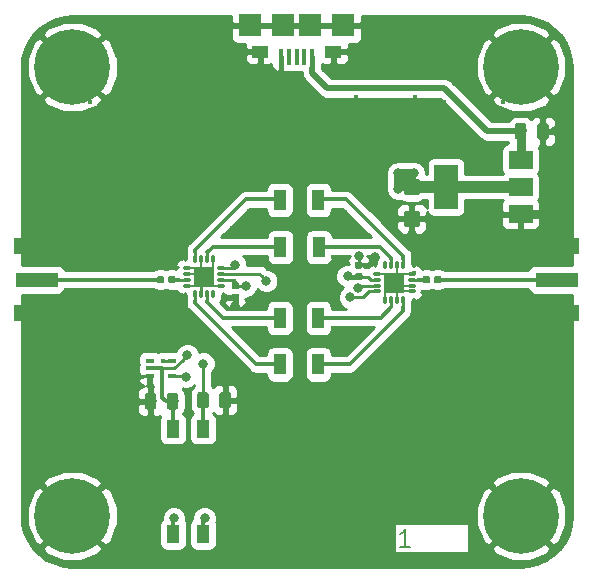
<source format=gtl>
G04 #@! TF.GenerationSoftware,KiCad,Pcbnew,(5.0.2)-1*
G04 #@! TF.CreationDate,2019-01-06T12:14:53+11:00*
G04 #@! TF.ProjectId,Filter_Bank_Dev_Rev_0,46696c74-6572-45f4-9261-6e6b5f446576,0*
G04 #@! TF.SameCoordinates,Original*
G04 #@! TF.FileFunction,Copper,L1,Top*
G04 #@! TF.FilePolarity,Positive*
%FSLAX46Y46*%
G04 Gerber Fmt 4.6, Leading zero omitted, Abs format (unit mm)*
G04 Created by KiCad (PCBNEW (5.0.2)-1) date 6/01/2019 12:14:53*
%MOMM*%
%LPD*%
G01*
G04 APERTURE LIST*
%ADD10C,0.200000*%
G04 #@! TA.AperFunction,ViaPad*
%ADD11C,0.600000*%
G04 #@! TD*
G04 #@! TA.AperFunction,SMDPad,CuDef*
%ADD12R,1.800000X1.800000*%
G04 #@! TD*
G04 #@! TA.AperFunction,SMDPad,CuDef*
%ADD13O,0.300000X0.750000*%
G04 #@! TD*
G04 #@! TA.AperFunction,SMDPad,CuDef*
%ADD14O,0.750000X0.300000*%
G04 #@! TD*
G04 #@! TA.AperFunction,SMDPad,CuDef*
%ADD15R,1.100000X1.500000*%
G04 #@! TD*
G04 #@! TA.AperFunction,SMDPad,CuDef*
%ADD16R,1.040000X1.800000*%
G04 #@! TD*
G04 #@! TA.AperFunction,SMDPad,CuDef*
%ADD17R,0.610000X1.245000*%
G04 #@! TD*
G04 #@! TA.AperFunction,ComponentPad*
%ADD18C,0.600000*%
G04 #@! TD*
G04 #@! TA.AperFunction,Conductor*
%ADD19C,0.100000*%
G04 #@! TD*
G04 #@! TA.AperFunction,SMDPad,CuDef*
%ADD20C,0.975000*%
G04 #@! TD*
G04 #@! TA.AperFunction,SMDPad,CuDef*
%ADD21C,0.590000*%
G04 #@! TD*
G04 #@! TA.AperFunction,SMDPad,CuDef*
%ADD22C,1.350000*%
G04 #@! TD*
G04 #@! TA.AperFunction,ComponentPad*
%ADD23C,6.400000*%
G04 #@! TD*
G04 #@! TA.AperFunction,ComponentPad*
%ADD24C,0.800000*%
G04 #@! TD*
G04 #@! TA.AperFunction,SMDPad,CuDef*
%ADD25R,1.900000X1.900000*%
G04 #@! TD*
G04 #@! TA.AperFunction,SMDPad,CuDef*
%ADD26R,1.350000X1.000000*%
G04 #@! TD*
G04 #@! TA.AperFunction,SMDPad,CuDef*
%ADD27R,0.400000X1.350000*%
G04 #@! TD*
G04 #@! TA.AperFunction,SMDPad,CuDef*
%ADD28R,4.200000X1.350000*%
G04 #@! TD*
G04 #@! TA.AperFunction,SMDPad,CuDef*
%ADD29R,3.600000X1.270000*%
G04 #@! TD*
G04 #@! TA.AperFunction,SMDPad,CuDef*
%ADD30R,0.650000X0.400000*%
G04 #@! TD*
G04 #@! TA.AperFunction,SMDPad,CuDef*
%ADD31R,2.000000X3.800000*%
G04 #@! TD*
G04 #@! TA.AperFunction,SMDPad,CuDef*
%ADD32R,2.000000X1.500000*%
G04 #@! TD*
G04 #@! TA.AperFunction,ViaPad*
%ADD33C,0.450000*%
G04 #@! TD*
G04 #@! TA.AperFunction,ViaPad*
%ADD34C,0.800000*%
G04 #@! TD*
G04 #@! TA.AperFunction,Conductor*
%ADD35C,0.250000*%
G04 #@! TD*
G04 #@! TA.AperFunction,Conductor*
%ADD36C,0.310000*%
G04 #@! TD*
G04 #@! TA.AperFunction,Conductor*
%ADD37C,0.800000*%
G04 #@! TD*
G04 #@! TA.AperFunction,Conductor*
%ADD38C,0.400000*%
G04 #@! TD*
G04 #@! TA.AperFunction,Conductor*
%ADD39C,0.500000*%
G04 #@! TD*
G04 #@! TA.AperFunction,Conductor*
%ADD40C,0.200000*%
G04 #@! TD*
G04 #@! TA.AperFunction,Conductor*
%ADD41C,1.000000*%
G04 #@! TD*
G04 #@! TA.AperFunction,Conductor*
%ADD42C,0.600000*%
G04 #@! TD*
G04 #@! TA.AperFunction,Conductor*
%ADD43C,0.300000*%
G04 #@! TD*
G04 #@! TA.AperFunction,Conductor*
%ADD44C,0.254000*%
G04 #@! TD*
G04 APERTURE END LIST*
G04 #@! TO.C,REF\002A\002A*
D10*
X129628571Y-87628571D02*
X128771428Y-87628571D01*
X129200000Y-87628571D02*
X129200000Y-86128571D01*
X129057142Y-86342857D01*
X128914285Y-86485714D01*
X128771428Y-86557142D01*
G04 #@! TD*
D11*
G04 #@! TO.N,GND*
G04 #@! TO.C,U1*
X112650000Y-64250000D03*
X111650000Y-64250000D03*
X111650000Y-65250000D03*
X112650000Y-65250000D03*
X112150000Y-64750000D03*
D12*
G04 #@! TD*
G04 #@! TO.P,U1,17*
G04 #@! TO.N,GND*
X112150000Y-64750000D03*
D13*
G04 #@! TO.P,U1,16*
G04 #@! TO.N,Net-(U1-Pad16)*
X112900000Y-66225000D03*
G04 #@! TO.P,U1,15*
G04 #@! TO.N,/SW_1_RF_2*
X112400000Y-66225000D03*
G04 #@! TO.P,U1,14*
G04 #@! TO.N,GND*
X111900000Y-66225000D03*
G04 #@! TO.P,U1,13*
G04 #@! TO.N,/SW_1_RF_1*
X111400000Y-66225000D03*
D14*
G04 #@! TO.P,U1,12*
G04 #@! TO.N,GND*
X110675000Y-65500000D03*
G04 #@! TO.P,U1,11*
G04 #@! TO.N,Net-(C1-Pad1)*
X110675000Y-65000000D03*
G04 #@! TO.P,U1,10*
G04 #@! TO.N,GND*
X110675000Y-64500000D03*
G04 #@! TO.P,U1,9*
X110675000Y-64000000D03*
D13*
G04 #@! TO.P,U1,8*
G04 #@! TO.N,/SW_1_RF_3*
X111400000Y-63275000D03*
G04 #@! TO.P,U1,7*
G04 #@! TO.N,GND*
X111900000Y-63275000D03*
G04 #@! TO.P,U1,6*
G04 #@! TO.N,/SW_1_RF_4*
X112400000Y-63275000D03*
G04 #@! TO.P,U1,5*
G04 #@! TO.N,GND*
X112900000Y-63275000D03*
D14*
G04 #@! TO.P,U1,4*
G04 #@! TO.N,/SW_1_CTRL_1*
X113625000Y-64000000D03*
G04 #@! TO.P,U1,3*
G04 #@! TO.N,/SW_1_CTRL_2*
X113625000Y-64500000D03*
G04 #@! TO.P,U1,2*
G04 #@! TO.N,+3V3*
X113625000Y-65000000D03*
G04 #@! TO.P,U1,1*
G04 #@! TO.N,GND*
X113625000Y-65500000D03*
G04 #@! TD*
D11*
G04 #@! TO.N,GND*
G04 #@! TO.C,U4*
X127750000Y-65750000D03*
X128750000Y-65750000D03*
X128750000Y-64750000D03*
X127750000Y-64750000D03*
X128250000Y-65250000D03*
D12*
G04 #@! TD*
G04 #@! TO.P,U4,17*
G04 #@! TO.N,GND*
X128250000Y-65250000D03*
D13*
G04 #@! TO.P,U4,16*
G04 #@! TO.N,Net-(U4-Pad16)*
X127500000Y-63775000D03*
G04 #@! TO.P,U4,15*
G04 #@! TO.N,/SW_2_RF_2*
X128000000Y-63775000D03*
G04 #@! TO.P,U4,14*
G04 #@! TO.N,GND*
X128500000Y-63775000D03*
G04 #@! TO.P,U4,13*
G04 #@! TO.N,/SW_2_RF_1*
X129000000Y-63775000D03*
D14*
G04 #@! TO.P,U4,12*
G04 #@! TO.N,GND*
X129725000Y-64500000D03*
G04 #@! TO.P,U4,11*
G04 #@! TO.N,Net-(C6-Pad2)*
X129725000Y-65000000D03*
G04 #@! TO.P,U4,10*
G04 #@! TO.N,GND*
X129725000Y-65500000D03*
G04 #@! TO.P,U4,9*
X129725000Y-66000000D03*
D13*
G04 #@! TO.P,U4,8*
G04 #@! TO.N,/SW_2_RF_3*
X129000000Y-66725000D03*
G04 #@! TO.P,U4,7*
G04 #@! TO.N,GND*
X128500000Y-66725000D03*
G04 #@! TO.P,U4,6*
G04 #@! TO.N,/SW_2_RF_4*
X128000000Y-66725000D03*
G04 #@! TO.P,U4,5*
G04 #@! TO.N,GND*
X127500000Y-66725000D03*
D14*
G04 #@! TO.P,U4,4*
G04 #@! TO.N,/SW_2_CTRL_1*
X126775000Y-66000000D03*
G04 #@! TO.P,U4,3*
G04 #@! TO.N,/SW_1_CTRL_2*
X126775000Y-65500000D03*
G04 #@! TO.P,U4,2*
G04 #@! TO.N,+3V3*
X126775000Y-65000000D03*
G04 #@! TO.P,U4,1*
G04 #@! TO.N,GND*
X126775000Y-64500000D03*
G04 #@! TD*
D15*
G04 #@! TO.P,SW1,4*
G04 #@! TO.N,/SW_1_CTRL_1*
X109530000Y-77650000D03*
G04 #@! TO.P,SW1,3*
G04 #@! TO.N,/SW_1_CTRL_2*
X112070000Y-77650000D03*
G04 #@! TO.P,SW1,2*
G04 #@! TO.N,+3V3*
X112070000Y-86550000D03*
G04 #@! TO.P,SW1,1*
X109530000Y-86550000D03*
G04 #@! TD*
D16*
G04 #@! TO.P,FL1,3*
G04 #@! TO.N,/SW_2_RF_3*
X121825000Y-72172500D03*
G04 #@! TO.P,FL1,1*
G04 #@! TO.N,/SW_1_RF_1*
X118575000Y-72172500D03*
D17*
G04 #@! TO.P,FL1,2*
G04 #@! TO.N,GND*
X120200000Y-71250000D03*
G04 #@! TO.P,FL1,4*
X120200000Y-73095000D03*
D18*
X120200000Y-73372500D03*
G04 #@! TO.P,FL1,2*
X120200000Y-70972500D03*
G04 #@! TD*
D16*
G04 #@! TO.P,FL2,3*
G04 #@! TO.N,/SW_2_RF_4*
X121825000Y-68250000D03*
G04 #@! TO.P,FL2,1*
G04 #@! TO.N,/SW_1_RF_2*
X118575000Y-68250000D03*
D17*
G04 #@! TO.P,FL2,2*
G04 #@! TO.N,GND*
X120200000Y-67327500D03*
G04 #@! TO.P,FL2,4*
X120200000Y-69172500D03*
D18*
X120200000Y-69450000D03*
G04 #@! TO.P,FL2,2*
X120200000Y-67050000D03*
G04 #@! TD*
D16*
G04 #@! TO.P,FL3,3*
G04 #@! TO.N,/SW_2_RF_2*
X121875000Y-62250000D03*
G04 #@! TO.P,FL3,1*
G04 #@! TO.N,/SW_1_RF_4*
X118625000Y-62250000D03*
D17*
G04 #@! TO.P,FL3,2*
G04 #@! TO.N,GND*
X120250000Y-61327500D03*
G04 #@! TO.P,FL3,4*
X120250000Y-63172500D03*
D18*
X120250000Y-63450000D03*
G04 #@! TO.P,FL3,2*
X120250000Y-61050000D03*
G04 #@! TD*
D16*
G04 #@! TO.P,FL4,3*
G04 #@! TO.N,/SW_2_RF_1*
X121825000Y-58250000D03*
G04 #@! TO.P,FL4,1*
G04 #@! TO.N,/SW_1_RF_3*
X118575000Y-58250000D03*
D17*
G04 #@! TO.P,FL4,2*
G04 #@! TO.N,GND*
X120200000Y-57327500D03*
G04 #@! TO.P,FL4,4*
X120200000Y-59172500D03*
D18*
X120200000Y-59450000D03*
G04 #@! TO.P,FL4,2*
X120200000Y-57050000D03*
G04 #@! TD*
D19*
G04 #@! TO.N,+5V*
G04 #@! TO.C,C2*
G36*
X139230142Y-51751174D02*
X139253803Y-51754684D01*
X139277007Y-51760496D01*
X139299529Y-51768554D01*
X139321153Y-51778782D01*
X139341670Y-51791079D01*
X139360883Y-51805329D01*
X139378607Y-51821393D01*
X139394671Y-51839117D01*
X139408921Y-51858330D01*
X139421218Y-51878847D01*
X139431446Y-51900471D01*
X139439504Y-51922993D01*
X139445316Y-51946197D01*
X139448826Y-51969858D01*
X139450000Y-51993750D01*
X139450000Y-52906250D01*
X139448826Y-52930142D01*
X139445316Y-52953803D01*
X139439504Y-52977007D01*
X139431446Y-52999529D01*
X139421218Y-53021153D01*
X139408921Y-53041670D01*
X139394671Y-53060883D01*
X139378607Y-53078607D01*
X139360883Y-53094671D01*
X139341670Y-53108921D01*
X139321153Y-53121218D01*
X139299529Y-53131446D01*
X139277007Y-53139504D01*
X139253803Y-53145316D01*
X139230142Y-53148826D01*
X139206250Y-53150000D01*
X138718750Y-53150000D01*
X138694858Y-53148826D01*
X138671197Y-53145316D01*
X138647993Y-53139504D01*
X138625471Y-53131446D01*
X138603847Y-53121218D01*
X138583330Y-53108921D01*
X138564117Y-53094671D01*
X138546393Y-53078607D01*
X138530329Y-53060883D01*
X138516079Y-53041670D01*
X138503782Y-53021153D01*
X138493554Y-52999529D01*
X138485496Y-52977007D01*
X138479684Y-52953803D01*
X138476174Y-52930142D01*
X138475000Y-52906250D01*
X138475000Y-51993750D01*
X138476174Y-51969858D01*
X138479684Y-51946197D01*
X138485496Y-51922993D01*
X138493554Y-51900471D01*
X138503782Y-51878847D01*
X138516079Y-51858330D01*
X138530329Y-51839117D01*
X138546393Y-51821393D01*
X138564117Y-51805329D01*
X138583330Y-51791079D01*
X138603847Y-51778782D01*
X138625471Y-51768554D01*
X138647993Y-51760496D01*
X138671197Y-51754684D01*
X138694858Y-51751174D01*
X138718750Y-51750000D01*
X139206250Y-51750000D01*
X139230142Y-51751174D01*
X139230142Y-51751174D01*
G37*
D20*
G04 #@! TD*
G04 #@! TO.P,C2,1*
G04 #@! TO.N,+5V*
X138962500Y-52450000D03*
D19*
G04 #@! TO.N,GND*
G04 #@! TO.C,C2*
G36*
X141105142Y-51751174D02*
X141128803Y-51754684D01*
X141152007Y-51760496D01*
X141174529Y-51768554D01*
X141196153Y-51778782D01*
X141216670Y-51791079D01*
X141235883Y-51805329D01*
X141253607Y-51821393D01*
X141269671Y-51839117D01*
X141283921Y-51858330D01*
X141296218Y-51878847D01*
X141306446Y-51900471D01*
X141314504Y-51922993D01*
X141320316Y-51946197D01*
X141323826Y-51969858D01*
X141325000Y-51993750D01*
X141325000Y-52906250D01*
X141323826Y-52930142D01*
X141320316Y-52953803D01*
X141314504Y-52977007D01*
X141306446Y-52999529D01*
X141296218Y-53021153D01*
X141283921Y-53041670D01*
X141269671Y-53060883D01*
X141253607Y-53078607D01*
X141235883Y-53094671D01*
X141216670Y-53108921D01*
X141196153Y-53121218D01*
X141174529Y-53131446D01*
X141152007Y-53139504D01*
X141128803Y-53145316D01*
X141105142Y-53148826D01*
X141081250Y-53150000D01*
X140593750Y-53150000D01*
X140569858Y-53148826D01*
X140546197Y-53145316D01*
X140522993Y-53139504D01*
X140500471Y-53131446D01*
X140478847Y-53121218D01*
X140458330Y-53108921D01*
X140439117Y-53094671D01*
X140421393Y-53078607D01*
X140405329Y-53060883D01*
X140391079Y-53041670D01*
X140378782Y-53021153D01*
X140368554Y-52999529D01*
X140360496Y-52977007D01*
X140354684Y-52953803D01*
X140351174Y-52930142D01*
X140350000Y-52906250D01*
X140350000Y-51993750D01*
X140351174Y-51969858D01*
X140354684Y-51946197D01*
X140360496Y-51922993D01*
X140368554Y-51900471D01*
X140378782Y-51878847D01*
X140391079Y-51858330D01*
X140405329Y-51839117D01*
X140421393Y-51821393D01*
X140439117Y-51805329D01*
X140458330Y-51791079D01*
X140478847Y-51778782D01*
X140500471Y-51768554D01*
X140522993Y-51760496D01*
X140546197Y-51754684D01*
X140569858Y-51751174D01*
X140593750Y-51750000D01*
X141081250Y-51750000D01*
X141105142Y-51751174D01*
X141105142Y-51751174D01*
G37*
D20*
G04 #@! TD*
G04 #@! TO.P,C2,2*
G04 #@! TO.N,GND*
X140837500Y-52450000D03*
D19*
G04 #@! TO.N,GND*
G04 #@! TO.C,C3*
G36*
X125436958Y-63470710D02*
X125451276Y-63472834D01*
X125465317Y-63476351D01*
X125478946Y-63481228D01*
X125492031Y-63487417D01*
X125504447Y-63494858D01*
X125516073Y-63503481D01*
X125526798Y-63513202D01*
X125536519Y-63523927D01*
X125545142Y-63535553D01*
X125552583Y-63547969D01*
X125558772Y-63561054D01*
X125563649Y-63574683D01*
X125567166Y-63588724D01*
X125569290Y-63603042D01*
X125570000Y-63617500D01*
X125570000Y-63912500D01*
X125569290Y-63926958D01*
X125567166Y-63941276D01*
X125563649Y-63955317D01*
X125558772Y-63968946D01*
X125552583Y-63982031D01*
X125545142Y-63994447D01*
X125536519Y-64006073D01*
X125526798Y-64016798D01*
X125516073Y-64026519D01*
X125504447Y-64035142D01*
X125492031Y-64042583D01*
X125478946Y-64048772D01*
X125465317Y-64053649D01*
X125451276Y-64057166D01*
X125436958Y-64059290D01*
X125422500Y-64060000D01*
X125077500Y-64060000D01*
X125063042Y-64059290D01*
X125048724Y-64057166D01*
X125034683Y-64053649D01*
X125021054Y-64048772D01*
X125007969Y-64042583D01*
X124995553Y-64035142D01*
X124983927Y-64026519D01*
X124973202Y-64016798D01*
X124963481Y-64006073D01*
X124954858Y-63994447D01*
X124947417Y-63982031D01*
X124941228Y-63968946D01*
X124936351Y-63955317D01*
X124932834Y-63941276D01*
X124930710Y-63926958D01*
X124930000Y-63912500D01*
X124930000Y-63617500D01*
X124930710Y-63603042D01*
X124932834Y-63588724D01*
X124936351Y-63574683D01*
X124941228Y-63561054D01*
X124947417Y-63547969D01*
X124954858Y-63535553D01*
X124963481Y-63523927D01*
X124973202Y-63513202D01*
X124983927Y-63503481D01*
X124995553Y-63494858D01*
X125007969Y-63487417D01*
X125021054Y-63481228D01*
X125034683Y-63476351D01*
X125048724Y-63472834D01*
X125063042Y-63470710D01*
X125077500Y-63470000D01*
X125422500Y-63470000D01*
X125436958Y-63470710D01*
X125436958Y-63470710D01*
G37*
D21*
G04 #@! TD*
G04 #@! TO.P,C3,1*
G04 #@! TO.N,GND*
X125250000Y-63765000D03*
D19*
G04 #@! TO.N,+3V3*
G04 #@! TO.C,C3*
G36*
X125436958Y-64440710D02*
X125451276Y-64442834D01*
X125465317Y-64446351D01*
X125478946Y-64451228D01*
X125492031Y-64457417D01*
X125504447Y-64464858D01*
X125516073Y-64473481D01*
X125526798Y-64483202D01*
X125536519Y-64493927D01*
X125545142Y-64505553D01*
X125552583Y-64517969D01*
X125558772Y-64531054D01*
X125563649Y-64544683D01*
X125567166Y-64558724D01*
X125569290Y-64573042D01*
X125570000Y-64587500D01*
X125570000Y-64882500D01*
X125569290Y-64896958D01*
X125567166Y-64911276D01*
X125563649Y-64925317D01*
X125558772Y-64938946D01*
X125552583Y-64952031D01*
X125545142Y-64964447D01*
X125536519Y-64976073D01*
X125526798Y-64986798D01*
X125516073Y-64996519D01*
X125504447Y-65005142D01*
X125492031Y-65012583D01*
X125478946Y-65018772D01*
X125465317Y-65023649D01*
X125451276Y-65027166D01*
X125436958Y-65029290D01*
X125422500Y-65030000D01*
X125077500Y-65030000D01*
X125063042Y-65029290D01*
X125048724Y-65027166D01*
X125034683Y-65023649D01*
X125021054Y-65018772D01*
X125007969Y-65012583D01*
X124995553Y-65005142D01*
X124983927Y-64996519D01*
X124973202Y-64986798D01*
X124963481Y-64976073D01*
X124954858Y-64964447D01*
X124947417Y-64952031D01*
X124941228Y-64938946D01*
X124936351Y-64925317D01*
X124932834Y-64911276D01*
X124930710Y-64896958D01*
X124930000Y-64882500D01*
X124930000Y-64587500D01*
X124930710Y-64573042D01*
X124932834Y-64558724D01*
X124936351Y-64544683D01*
X124941228Y-64531054D01*
X124947417Y-64517969D01*
X124954858Y-64505553D01*
X124963481Y-64493927D01*
X124973202Y-64483202D01*
X124983927Y-64473481D01*
X124995553Y-64464858D01*
X125007969Y-64457417D01*
X125021054Y-64451228D01*
X125034683Y-64446351D01*
X125048724Y-64442834D01*
X125063042Y-64440710D01*
X125077500Y-64440000D01*
X125422500Y-64440000D01*
X125436958Y-64440710D01*
X125436958Y-64440710D01*
G37*
D21*
G04 #@! TD*
G04 #@! TO.P,C3,2*
G04 #@! TO.N,+3V3*
X125250000Y-64735000D03*
D19*
G04 #@! TO.N,+3V3*
G04 #@! TO.C,C4*
G36*
X130199730Y-56451203D02*
X130223974Y-56454799D01*
X130247749Y-56460754D01*
X130270825Y-56469011D01*
X130292981Y-56479490D01*
X130314004Y-56492090D01*
X130333690Y-56506691D01*
X130351850Y-56523150D01*
X130368309Y-56541310D01*
X130382910Y-56560996D01*
X130395510Y-56582019D01*
X130405989Y-56604175D01*
X130414246Y-56627251D01*
X130420201Y-56651026D01*
X130423797Y-56675270D01*
X130425000Y-56699750D01*
X130425000Y-57600250D01*
X130423797Y-57624730D01*
X130420201Y-57648974D01*
X130414246Y-57672749D01*
X130405989Y-57695825D01*
X130395510Y-57717981D01*
X130382910Y-57739004D01*
X130368309Y-57758690D01*
X130351850Y-57776850D01*
X130333690Y-57793309D01*
X130314004Y-57807910D01*
X130292981Y-57820510D01*
X130270825Y-57830989D01*
X130247749Y-57839246D01*
X130223974Y-57845201D01*
X130199730Y-57848797D01*
X130175250Y-57850000D01*
X129324750Y-57850000D01*
X129300270Y-57848797D01*
X129276026Y-57845201D01*
X129252251Y-57839246D01*
X129229175Y-57830989D01*
X129207019Y-57820510D01*
X129185996Y-57807910D01*
X129166310Y-57793309D01*
X129148150Y-57776850D01*
X129131691Y-57758690D01*
X129117090Y-57739004D01*
X129104490Y-57717981D01*
X129094011Y-57695825D01*
X129085754Y-57672749D01*
X129079799Y-57648974D01*
X129076203Y-57624730D01*
X129075000Y-57600250D01*
X129075000Y-56699750D01*
X129076203Y-56675270D01*
X129079799Y-56651026D01*
X129085754Y-56627251D01*
X129094011Y-56604175D01*
X129104490Y-56582019D01*
X129117090Y-56560996D01*
X129131691Y-56541310D01*
X129148150Y-56523150D01*
X129166310Y-56506691D01*
X129185996Y-56492090D01*
X129207019Y-56479490D01*
X129229175Y-56469011D01*
X129252251Y-56460754D01*
X129276026Y-56454799D01*
X129300270Y-56451203D01*
X129324750Y-56450000D01*
X130175250Y-56450000D01*
X130199730Y-56451203D01*
X130199730Y-56451203D01*
G37*
D22*
G04 #@! TD*
G04 #@! TO.P,C4,1*
G04 #@! TO.N,+3V3*
X129750000Y-57150000D03*
D19*
G04 #@! TO.N,GND*
G04 #@! TO.C,C4*
G36*
X130199505Y-59151204D02*
X130223773Y-59154804D01*
X130247572Y-59160765D01*
X130270671Y-59169030D01*
X130292850Y-59179520D01*
X130313893Y-59192132D01*
X130333599Y-59206747D01*
X130351777Y-59223223D01*
X130368253Y-59241401D01*
X130382868Y-59261107D01*
X130395480Y-59282150D01*
X130405970Y-59304329D01*
X130414235Y-59327428D01*
X130420196Y-59351227D01*
X130423796Y-59375495D01*
X130425000Y-59399999D01*
X130425000Y-60300001D01*
X130423796Y-60324505D01*
X130420196Y-60348773D01*
X130414235Y-60372572D01*
X130405970Y-60395671D01*
X130395480Y-60417850D01*
X130382868Y-60438893D01*
X130368253Y-60458599D01*
X130351777Y-60476777D01*
X130333599Y-60493253D01*
X130313893Y-60507868D01*
X130292850Y-60520480D01*
X130270671Y-60530970D01*
X130247572Y-60539235D01*
X130223773Y-60545196D01*
X130199505Y-60548796D01*
X130175001Y-60550000D01*
X129324999Y-60550000D01*
X129300495Y-60548796D01*
X129276227Y-60545196D01*
X129252428Y-60539235D01*
X129229329Y-60530970D01*
X129207150Y-60520480D01*
X129186107Y-60507868D01*
X129166401Y-60493253D01*
X129148223Y-60476777D01*
X129131747Y-60458599D01*
X129117132Y-60438893D01*
X129104520Y-60417850D01*
X129094030Y-60395671D01*
X129085765Y-60372572D01*
X129079804Y-60348773D01*
X129076204Y-60324505D01*
X129075000Y-60300001D01*
X129075000Y-59399999D01*
X129076204Y-59375495D01*
X129079804Y-59351227D01*
X129085765Y-59327428D01*
X129094030Y-59304329D01*
X129104520Y-59282150D01*
X129117132Y-59261107D01*
X129131747Y-59241401D01*
X129148223Y-59223223D01*
X129166401Y-59206747D01*
X129186107Y-59192132D01*
X129207150Y-59179520D01*
X129229329Y-59169030D01*
X129252428Y-59160765D01*
X129276227Y-59154804D01*
X129300495Y-59151204D01*
X129324999Y-59150000D01*
X130175001Y-59150000D01*
X130199505Y-59151204D01*
X130199505Y-59151204D01*
G37*
D22*
G04 #@! TD*
G04 #@! TO.P,C4,2*
G04 #@! TO.N,GND*
X129750000Y-59850000D03*
D19*
G04 #@! TO.N,+3V3*
G04 #@! TO.C,C5*
G36*
X114986958Y-65220710D02*
X115001276Y-65222834D01*
X115015317Y-65226351D01*
X115028946Y-65231228D01*
X115042031Y-65237417D01*
X115054447Y-65244858D01*
X115066073Y-65253481D01*
X115076798Y-65263202D01*
X115086519Y-65273927D01*
X115095142Y-65285553D01*
X115102583Y-65297969D01*
X115108772Y-65311054D01*
X115113649Y-65324683D01*
X115117166Y-65338724D01*
X115119290Y-65353042D01*
X115120000Y-65367500D01*
X115120000Y-65662500D01*
X115119290Y-65676958D01*
X115117166Y-65691276D01*
X115113649Y-65705317D01*
X115108772Y-65718946D01*
X115102583Y-65732031D01*
X115095142Y-65744447D01*
X115086519Y-65756073D01*
X115076798Y-65766798D01*
X115066073Y-65776519D01*
X115054447Y-65785142D01*
X115042031Y-65792583D01*
X115028946Y-65798772D01*
X115015317Y-65803649D01*
X115001276Y-65807166D01*
X114986958Y-65809290D01*
X114972500Y-65810000D01*
X114627500Y-65810000D01*
X114613042Y-65809290D01*
X114598724Y-65807166D01*
X114584683Y-65803649D01*
X114571054Y-65798772D01*
X114557969Y-65792583D01*
X114545553Y-65785142D01*
X114533927Y-65776519D01*
X114523202Y-65766798D01*
X114513481Y-65756073D01*
X114504858Y-65744447D01*
X114497417Y-65732031D01*
X114491228Y-65718946D01*
X114486351Y-65705317D01*
X114482834Y-65691276D01*
X114480710Y-65676958D01*
X114480000Y-65662500D01*
X114480000Y-65367500D01*
X114480710Y-65353042D01*
X114482834Y-65338724D01*
X114486351Y-65324683D01*
X114491228Y-65311054D01*
X114497417Y-65297969D01*
X114504858Y-65285553D01*
X114513481Y-65273927D01*
X114523202Y-65263202D01*
X114533927Y-65253481D01*
X114545553Y-65244858D01*
X114557969Y-65237417D01*
X114571054Y-65231228D01*
X114584683Y-65226351D01*
X114598724Y-65222834D01*
X114613042Y-65220710D01*
X114627500Y-65220000D01*
X114972500Y-65220000D01*
X114986958Y-65220710D01*
X114986958Y-65220710D01*
G37*
D21*
G04 #@! TD*
G04 #@! TO.P,C5,2*
G04 #@! TO.N,+3V3*
X114800000Y-65515000D03*
D19*
G04 #@! TO.N,GND*
G04 #@! TO.C,C5*
G36*
X114986958Y-66190710D02*
X115001276Y-66192834D01*
X115015317Y-66196351D01*
X115028946Y-66201228D01*
X115042031Y-66207417D01*
X115054447Y-66214858D01*
X115066073Y-66223481D01*
X115076798Y-66233202D01*
X115086519Y-66243927D01*
X115095142Y-66255553D01*
X115102583Y-66267969D01*
X115108772Y-66281054D01*
X115113649Y-66294683D01*
X115117166Y-66308724D01*
X115119290Y-66323042D01*
X115120000Y-66337500D01*
X115120000Y-66632500D01*
X115119290Y-66646958D01*
X115117166Y-66661276D01*
X115113649Y-66675317D01*
X115108772Y-66688946D01*
X115102583Y-66702031D01*
X115095142Y-66714447D01*
X115086519Y-66726073D01*
X115076798Y-66736798D01*
X115066073Y-66746519D01*
X115054447Y-66755142D01*
X115042031Y-66762583D01*
X115028946Y-66768772D01*
X115015317Y-66773649D01*
X115001276Y-66777166D01*
X114986958Y-66779290D01*
X114972500Y-66780000D01*
X114627500Y-66780000D01*
X114613042Y-66779290D01*
X114598724Y-66777166D01*
X114584683Y-66773649D01*
X114571054Y-66768772D01*
X114557969Y-66762583D01*
X114545553Y-66755142D01*
X114533927Y-66746519D01*
X114523202Y-66736798D01*
X114513481Y-66726073D01*
X114504858Y-66714447D01*
X114497417Y-66702031D01*
X114491228Y-66688946D01*
X114486351Y-66675317D01*
X114482834Y-66661276D01*
X114480710Y-66646958D01*
X114480000Y-66632500D01*
X114480000Y-66337500D01*
X114480710Y-66323042D01*
X114482834Y-66308724D01*
X114486351Y-66294683D01*
X114491228Y-66281054D01*
X114497417Y-66267969D01*
X114504858Y-66255553D01*
X114513481Y-66243927D01*
X114523202Y-66233202D01*
X114533927Y-66223481D01*
X114545553Y-66214858D01*
X114557969Y-66207417D01*
X114571054Y-66201228D01*
X114584683Y-66196351D01*
X114598724Y-66192834D01*
X114613042Y-66190710D01*
X114627500Y-66190000D01*
X114972500Y-66190000D01*
X114986958Y-66190710D01*
X114986958Y-66190710D01*
G37*
D21*
G04 #@! TD*
G04 #@! TO.P,C5,1*
G04 #@! TO.N,GND*
X114800000Y-66485000D03*
D23*
G04 #@! TO.P,H1,1*
G04 #@! TO.N,GND*
X101000000Y-85000000D03*
D24*
X103400000Y-85000000D03*
X102697056Y-86697056D03*
X101000000Y-87400000D03*
X99302944Y-86697056D03*
X98600000Y-85000000D03*
X99302944Y-83302944D03*
X101000000Y-82600000D03*
X102697056Y-83302944D03*
G04 #@! TD*
G04 #@! TO.P,H2,1*
G04 #@! TO.N,GND*
X140697056Y-45302944D03*
X139000000Y-44600000D03*
X137302944Y-45302944D03*
X136600000Y-47000000D03*
X137302944Y-48697056D03*
X139000000Y-49400000D03*
X140697056Y-48697056D03*
X141400000Y-47000000D03*
D23*
X139000000Y-47000000D03*
G04 #@! TD*
G04 #@! TO.P,H3,1*
G04 #@! TO.N,GND*
X101000000Y-47000000D03*
D24*
X103400000Y-47000000D03*
X102697056Y-48697056D03*
X101000000Y-49400000D03*
X99302944Y-48697056D03*
X98600000Y-47000000D03*
X99302944Y-45302944D03*
X101000000Y-44600000D03*
X102697056Y-45302944D03*
G04 #@! TD*
G04 #@! TO.P,H4,1*
G04 #@! TO.N,GND*
X140697056Y-83302944D03*
X139000000Y-82600000D03*
X137302944Y-83302944D03*
X136600000Y-85000000D03*
X137302944Y-86697056D03*
X139000000Y-87400000D03*
X140697056Y-86697056D03*
X141400000Y-85000000D03*
D23*
X139000000Y-85000000D03*
G04 #@! TD*
D25*
G04 #@! TO.P,J1,6*
G04 #@! TO.N,GND*
X118850000Y-43450000D03*
X121150000Y-43450000D03*
X123950000Y-43450000D03*
X116050000Y-43450000D03*
D26*
X116900000Y-45700000D03*
X123100000Y-45700000D03*
D27*
G04 #@! TO.P,J1,3*
G04 #@! TO.N,Net-(J1-Pad3)*
X120000000Y-46125000D03*
G04 #@! TO.P,J1,5*
G04 #@! TO.N,GND*
X118700000Y-46125000D03*
G04 #@! TO.P,J1,4*
G04 #@! TO.N,Net-(J1-Pad4)*
X119350000Y-46125000D03*
G04 #@! TO.P,J1,1*
G04 #@! TO.N,+5V*
X121300000Y-46125000D03*
G04 #@! TO.P,J1,2*
G04 #@! TO.N,Net-(J1-Pad2)*
X120650000Y-46125000D03*
G04 #@! TD*
D28*
G04 #@! TO.P,J2,2*
G04 #@! TO.N,GND*
X98200000Y-62175000D03*
X98200000Y-67825000D03*
D29*
G04 #@! TO.P,J2,1*
G04 #@! TO.N,Net-(C1-Pad2)*
X98000000Y-65000000D03*
G04 #@! TD*
G04 #@! TO.P,J3,1*
G04 #@! TO.N,Net-(C6-Pad1)*
X142000000Y-65000000D03*
D28*
G04 #@! TO.P,J3,2*
G04 #@! TO.N,GND*
X141800000Y-62175000D03*
X141800000Y-67825000D03*
G04 #@! TD*
D19*
G04 #@! TO.N,/SW_1_CTRL_1*
G04 #@! TO.C,R1*
G36*
X109767642Y-74601174D02*
X109791303Y-74604684D01*
X109814507Y-74610496D01*
X109837029Y-74618554D01*
X109858653Y-74628782D01*
X109879170Y-74641079D01*
X109898383Y-74655329D01*
X109916107Y-74671393D01*
X109932171Y-74689117D01*
X109946421Y-74708330D01*
X109958718Y-74728847D01*
X109968946Y-74750471D01*
X109977004Y-74772993D01*
X109982816Y-74796197D01*
X109986326Y-74819858D01*
X109987500Y-74843750D01*
X109987500Y-75756250D01*
X109986326Y-75780142D01*
X109982816Y-75803803D01*
X109977004Y-75827007D01*
X109968946Y-75849529D01*
X109958718Y-75871153D01*
X109946421Y-75891670D01*
X109932171Y-75910883D01*
X109916107Y-75928607D01*
X109898383Y-75944671D01*
X109879170Y-75958921D01*
X109858653Y-75971218D01*
X109837029Y-75981446D01*
X109814507Y-75989504D01*
X109791303Y-75995316D01*
X109767642Y-75998826D01*
X109743750Y-76000000D01*
X109256250Y-76000000D01*
X109232358Y-75998826D01*
X109208697Y-75995316D01*
X109185493Y-75989504D01*
X109162971Y-75981446D01*
X109141347Y-75971218D01*
X109120830Y-75958921D01*
X109101617Y-75944671D01*
X109083893Y-75928607D01*
X109067829Y-75910883D01*
X109053579Y-75891670D01*
X109041282Y-75871153D01*
X109031054Y-75849529D01*
X109022996Y-75827007D01*
X109017184Y-75803803D01*
X109013674Y-75780142D01*
X109012500Y-75756250D01*
X109012500Y-74843750D01*
X109013674Y-74819858D01*
X109017184Y-74796197D01*
X109022996Y-74772993D01*
X109031054Y-74750471D01*
X109041282Y-74728847D01*
X109053579Y-74708330D01*
X109067829Y-74689117D01*
X109083893Y-74671393D01*
X109101617Y-74655329D01*
X109120830Y-74641079D01*
X109141347Y-74628782D01*
X109162971Y-74618554D01*
X109185493Y-74610496D01*
X109208697Y-74604684D01*
X109232358Y-74601174D01*
X109256250Y-74600000D01*
X109743750Y-74600000D01*
X109767642Y-74601174D01*
X109767642Y-74601174D01*
G37*
D20*
G04 #@! TD*
G04 #@! TO.P,R1,1*
G04 #@! TO.N,/SW_1_CTRL_1*
X109500000Y-75300000D03*
D19*
G04 #@! TO.N,GND*
G04 #@! TO.C,R1*
G36*
X107892642Y-74601174D02*
X107916303Y-74604684D01*
X107939507Y-74610496D01*
X107962029Y-74618554D01*
X107983653Y-74628782D01*
X108004170Y-74641079D01*
X108023383Y-74655329D01*
X108041107Y-74671393D01*
X108057171Y-74689117D01*
X108071421Y-74708330D01*
X108083718Y-74728847D01*
X108093946Y-74750471D01*
X108102004Y-74772993D01*
X108107816Y-74796197D01*
X108111326Y-74819858D01*
X108112500Y-74843750D01*
X108112500Y-75756250D01*
X108111326Y-75780142D01*
X108107816Y-75803803D01*
X108102004Y-75827007D01*
X108093946Y-75849529D01*
X108083718Y-75871153D01*
X108071421Y-75891670D01*
X108057171Y-75910883D01*
X108041107Y-75928607D01*
X108023383Y-75944671D01*
X108004170Y-75958921D01*
X107983653Y-75971218D01*
X107962029Y-75981446D01*
X107939507Y-75989504D01*
X107916303Y-75995316D01*
X107892642Y-75998826D01*
X107868750Y-76000000D01*
X107381250Y-76000000D01*
X107357358Y-75998826D01*
X107333697Y-75995316D01*
X107310493Y-75989504D01*
X107287971Y-75981446D01*
X107266347Y-75971218D01*
X107245830Y-75958921D01*
X107226617Y-75944671D01*
X107208893Y-75928607D01*
X107192829Y-75910883D01*
X107178579Y-75891670D01*
X107166282Y-75871153D01*
X107156054Y-75849529D01*
X107147996Y-75827007D01*
X107142184Y-75803803D01*
X107138674Y-75780142D01*
X107137500Y-75756250D01*
X107137500Y-74843750D01*
X107138674Y-74819858D01*
X107142184Y-74796197D01*
X107147996Y-74772993D01*
X107156054Y-74750471D01*
X107166282Y-74728847D01*
X107178579Y-74708330D01*
X107192829Y-74689117D01*
X107208893Y-74671393D01*
X107226617Y-74655329D01*
X107245830Y-74641079D01*
X107266347Y-74628782D01*
X107287971Y-74618554D01*
X107310493Y-74610496D01*
X107333697Y-74604684D01*
X107357358Y-74601174D01*
X107381250Y-74600000D01*
X107868750Y-74600000D01*
X107892642Y-74601174D01*
X107892642Y-74601174D01*
G37*
D20*
G04 #@! TD*
G04 #@! TO.P,R1,2*
G04 #@! TO.N,GND*
X107625000Y-75300000D03*
D19*
G04 #@! TO.N,GND*
G04 #@! TO.C,R2*
G36*
X114205142Y-74501174D02*
X114228803Y-74504684D01*
X114252007Y-74510496D01*
X114274529Y-74518554D01*
X114296153Y-74528782D01*
X114316670Y-74541079D01*
X114335883Y-74555329D01*
X114353607Y-74571393D01*
X114369671Y-74589117D01*
X114383921Y-74608330D01*
X114396218Y-74628847D01*
X114406446Y-74650471D01*
X114414504Y-74672993D01*
X114420316Y-74696197D01*
X114423826Y-74719858D01*
X114425000Y-74743750D01*
X114425000Y-75656250D01*
X114423826Y-75680142D01*
X114420316Y-75703803D01*
X114414504Y-75727007D01*
X114406446Y-75749529D01*
X114396218Y-75771153D01*
X114383921Y-75791670D01*
X114369671Y-75810883D01*
X114353607Y-75828607D01*
X114335883Y-75844671D01*
X114316670Y-75858921D01*
X114296153Y-75871218D01*
X114274529Y-75881446D01*
X114252007Y-75889504D01*
X114228803Y-75895316D01*
X114205142Y-75898826D01*
X114181250Y-75900000D01*
X113693750Y-75900000D01*
X113669858Y-75898826D01*
X113646197Y-75895316D01*
X113622993Y-75889504D01*
X113600471Y-75881446D01*
X113578847Y-75871218D01*
X113558330Y-75858921D01*
X113539117Y-75844671D01*
X113521393Y-75828607D01*
X113505329Y-75810883D01*
X113491079Y-75791670D01*
X113478782Y-75771153D01*
X113468554Y-75749529D01*
X113460496Y-75727007D01*
X113454684Y-75703803D01*
X113451174Y-75680142D01*
X113450000Y-75656250D01*
X113450000Y-74743750D01*
X113451174Y-74719858D01*
X113454684Y-74696197D01*
X113460496Y-74672993D01*
X113468554Y-74650471D01*
X113478782Y-74628847D01*
X113491079Y-74608330D01*
X113505329Y-74589117D01*
X113521393Y-74571393D01*
X113539117Y-74555329D01*
X113558330Y-74541079D01*
X113578847Y-74528782D01*
X113600471Y-74518554D01*
X113622993Y-74510496D01*
X113646197Y-74504684D01*
X113669858Y-74501174D01*
X113693750Y-74500000D01*
X114181250Y-74500000D01*
X114205142Y-74501174D01*
X114205142Y-74501174D01*
G37*
D20*
G04 #@! TD*
G04 #@! TO.P,R2,2*
G04 #@! TO.N,GND*
X113937500Y-75200000D03*
D19*
G04 #@! TO.N,/SW_1_CTRL_2*
G04 #@! TO.C,R2*
G36*
X112330142Y-74501174D02*
X112353803Y-74504684D01*
X112377007Y-74510496D01*
X112399529Y-74518554D01*
X112421153Y-74528782D01*
X112441670Y-74541079D01*
X112460883Y-74555329D01*
X112478607Y-74571393D01*
X112494671Y-74589117D01*
X112508921Y-74608330D01*
X112521218Y-74628847D01*
X112531446Y-74650471D01*
X112539504Y-74672993D01*
X112545316Y-74696197D01*
X112548826Y-74719858D01*
X112550000Y-74743750D01*
X112550000Y-75656250D01*
X112548826Y-75680142D01*
X112545316Y-75703803D01*
X112539504Y-75727007D01*
X112531446Y-75749529D01*
X112521218Y-75771153D01*
X112508921Y-75791670D01*
X112494671Y-75810883D01*
X112478607Y-75828607D01*
X112460883Y-75844671D01*
X112441670Y-75858921D01*
X112421153Y-75871218D01*
X112399529Y-75881446D01*
X112377007Y-75889504D01*
X112353803Y-75895316D01*
X112330142Y-75898826D01*
X112306250Y-75900000D01*
X111818750Y-75900000D01*
X111794858Y-75898826D01*
X111771197Y-75895316D01*
X111747993Y-75889504D01*
X111725471Y-75881446D01*
X111703847Y-75871218D01*
X111683330Y-75858921D01*
X111664117Y-75844671D01*
X111646393Y-75828607D01*
X111630329Y-75810883D01*
X111616079Y-75791670D01*
X111603782Y-75771153D01*
X111593554Y-75749529D01*
X111585496Y-75727007D01*
X111579684Y-75703803D01*
X111576174Y-75680142D01*
X111575000Y-75656250D01*
X111575000Y-74743750D01*
X111576174Y-74719858D01*
X111579684Y-74696197D01*
X111585496Y-74672993D01*
X111593554Y-74650471D01*
X111603782Y-74628847D01*
X111616079Y-74608330D01*
X111630329Y-74589117D01*
X111646393Y-74571393D01*
X111664117Y-74555329D01*
X111683330Y-74541079D01*
X111703847Y-74528782D01*
X111725471Y-74518554D01*
X111747993Y-74510496D01*
X111771197Y-74504684D01*
X111794858Y-74501174D01*
X111818750Y-74500000D01*
X112306250Y-74500000D01*
X112330142Y-74501174D01*
X112330142Y-74501174D01*
G37*
D20*
G04 #@! TD*
G04 #@! TO.P,R2,1*
G04 #@! TO.N,/SW_1_CTRL_2*
X112062500Y-75200000D03*
D30*
G04 #@! TO.P,U2,1*
G04 #@! TO.N,N/C*
X107550000Y-71850000D03*
G04 #@! TO.P,U2,3*
G04 #@! TO.N,GND*
X107550000Y-73150000D03*
G04 #@! TO.P,U2,2*
G04 #@! TO.N,/SW_1_CTRL_1*
X107550000Y-72500000D03*
G04 #@! TO.P,U2,4*
G04 #@! TO.N,/SW_2_CTRL_1*
X109450000Y-73150000D03*
G04 #@! TO.P,U2,5*
G04 #@! TO.N,+3V3*
X109450000Y-71850000D03*
G04 #@! TD*
D31*
G04 #@! TO.P,U3,2*
G04 #@! TO.N,+3V3*
X132650000Y-57150000D03*
D32*
X138950000Y-57150000D03*
G04 #@! TO.P,U3,3*
G04 #@! TO.N,+5V*
X138950000Y-54850000D03*
G04 #@! TO.P,U3,1*
G04 #@! TO.N,GND*
X138950000Y-59450000D03*
G04 #@! TD*
D19*
G04 #@! TO.N,Net-(C1-Pad2)*
G04 #@! TO.C,C1*
G36*
X108626958Y-64680710D02*
X108641276Y-64682834D01*
X108655317Y-64686351D01*
X108668946Y-64691228D01*
X108682031Y-64697417D01*
X108694447Y-64704858D01*
X108706073Y-64713481D01*
X108716798Y-64723202D01*
X108726519Y-64733927D01*
X108735142Y-64745553D01*
X108742583Y-64757969D01*
X108748772Y-64771054D01*
X108753649Y-64784683D01*
X108757166Y-64798724D01*
X108759290Y-64813042D01*
X108760000Y-64827500D01*
X108760000Y-65172500D01*
X108759290Y-65186958D01*
X108757166Y-65201276D01*
X108753649Y-65215317D01*
X108748772Y-65228946D01*
X108742583Y-65242031D01*
X108735142Y-65254447D01*
X108726519Y-65266073D01*
X108716798Y-65276798D01*
X108706073Y-65286519D01*
X108694447Y-65295142D01*
X108682031Y-65302583D01*
X108668946Y-65308772D01*
X108655317Y-65313649D01*
X108641276Y-65317166D01*
X108626958Y-65319290D01*
X108612500Y-65320000D01*
X108317500Y-65320000D01*
X108303042Y-65319290D01*
X108288724Y-65317166D01*
X108274683Y-65313649D01*
X108261054Y-65308772D01*
X108247969Y-65302583D01*
X108235553Y-65295142D01*
X108223927Y-65286519D01*
X108213202Y-65276798D01*
X108203481Y-65266073D01*
X108194858Y-65254447D01*
X108187417Y-65242031D01*
X108181228Y-65228946D01*
X108176351Y-65215317D01*
X108172834Y-65201276D01*
X108170710Y-65186958D01*
X108170000Y-65172500D01*
X108170000Y-64827500D01*
X108170710Y-64813042D01*
X108172834Y-64798724D01*
X108176351Y-64784683D01*
X108181228Y-64771054D01*
X108187417Y-64757969D01*
X108194858Y-64745553D01*
X108203481Y-64733927D01*
X108213202Y-64723202D01*
X108223927Y-64713481D01*
X108235553Y-64704858D01*
X108247969Y-64697417D01*
X108261054Y-64691228D01*
X108274683Y-64686351D01*
X108288724Y-64682834D01*
X108303042Y-64680710D01*
X108317500Y-64680000D01*
X108612500Y-64680000D01*
X108626958Y-64680710D01*
X108626958Y-64680710D01*
G37*
D21*
G04 #@! TD*
G04 #@! TO.P,C1,2*
G04 #@! TO.N,Net-(C1-Pad2)*
X108465000Y-65000000D03*
D19*
G04 #@! TO.N,Net-(C1-Pad1)*
G04 #@! TO.C,C1*
G36*
X109596958Y-64680710D02*
X109611276Y-64682834D01*
X109625317Y-64686351D01*
X109638946Y-64691228D01*
X109652031Y-64697417D01*
X109664447Y-64704858D01*
X109676073Y-64713481D01*
X109686798Y-64723202D01*
X109696519Y-64733927D01*
X109705142Y-64745553D01*
X109712583Y-64757969D01*
X109718772Y-64771054D01*
X109723649Y-64784683D01*
X109727166Y-64798724D01*
X109729290Y-64813042D01*
X109730000Y-64827500D01*
X109730000Y-65172500D01*
X109729290Y-65186958D01*
X109727166Y-65201276D01*
X109723649Y-65215317D01*
X109718772Y-65228946D01*
X109712583Y-65242031D01*
X109705142Y-65254447D01*
X109696519Y-65266073D01*
X109686798Y-65276798D01*
X109676073Y-65286519D01*
X109664447Y-65295142D01*
X109652031Y-65302583D01*
X109638946Y-65308772D01*
X109625317Y-65313649D01*
X109611276Y-65317166D01*
X109596958Y-65319290D01*
X109582500Y-65320000D01*
X109287500Y-65320000D01*
X109273042Y-65319290D01*
X109258724Y-65317166D01*
X109244683Y-65313649D01*
X109231054Y-65308772D01*
X109217969Y-65302583D01*
X109205553Y-65295142D01*
X109193927Y-65286519D01*
X109183202Y-65276798D01*
X109173481Y-65266073D01*
X109164858Y-65254447D01*
X109157417Y-65242031D01*
X109151228Y-65228946D01*
X109146351Y-65215317D01*
X109142834Y-65201276D01*
X109140710Y-65186958D01*
X109140000Y-65172500D01*
X109140000Y-64827500D01*
X109140710Y-64813042D01*
X109142834Y-64798724D01*
X109146351Y-64784683D01*
X109151228Y-64771054D01*
X109157417Y-64757969D01*
X109164858Y-64745553D01*
X109173481Y-64733927D01*
X109183202Y-64723202D01*
X109193927Y-64713481D01*
X109205553Y-64704858D01*
X109217969Y-64697417D01*
X109231054Y-64691228D01*
X109244683Y-64686351D01*
X109258724Y-64682834D01*
X109273042Y-64680710D01*
X109287500Y-64680000D01*
X109582500Y-64680000D01*
X109596958Y-64680710D01*
X109596958Y-64680710D01*
G37*
D21*
G04 #@! TD*
G04 #@! TO.P,C1,1*
G04 #@! TO.N,Net-(C1-Pad1)*
X109435000Y-65000000D03*
D19*
G04 #@! TO.N,Net-(C6-Pad1)*
G04 #@! TO.C,C6*
G36*
X132096958Y-64680710D02*
X132111276Y-64682834D01*
X132125317Y-64686351D01*
X132138946Y-64691228D01*
X132152031Y-64697417D01*
X132164447Y-64704858D01*
X132176073Y-64713481D01*
X132186798Y-64723202D01*
X132196519Y-64733927D01*
X132205142Y-64745553D01*
X132212583Y-64757969D01*
X132218772Y-64771054D01*
X132223649Y-64784683D01*
X132227166Y-64798724D01*
X132229290Y-64813042D01*
X132230000Y-64827500D01*
X132230000Y-65172500D01*
X132229290Y-65186958D01*
X132227166Y-65201276D01*
X132223649Y-65215317D01*
X132218772Y-65228946D01*
X132212583Y-65242031D01*
X132205142Y-65254447D01*
X132196519Y-65266073D01*
X132186798Y-65276798D01*
X132176073Y-65286519D01*
X132164447Y-65295142D01*
X132152031Y-65302583D01*
X132138946Y-65308772D01*
X132125317Y-65313649D01*
X132111276Y-65317166D01*
X132096958Y-65319290D01*
X132082500Y-65320000D01*
X131787500Y-65320000D01*
X131773042Y-65319290D01*
X131758724Y-65317166D01*
X131744683Y-65313649D01*
X131731054Y-65308772D01*
X131717969Y-65302583D01*
X131705553Y-65295142D01*
X131693927Y-65286519D01*
X131683202Y-65276798D01*
X131673481Y-65266073D01*
X131664858Y-65254447D01*
X131657417Y-65242031D01*
X131651228Y-65228946D01*
X131646351Y-65215317D01*
X131642834Y-65201276D01*
X131640710Y-65186958D01*
X131640000Y-65172500D01*
X131640000Y-64827500D01*
X131640710Y-64813042D01*
X131642834Y-64798724D01*
X131646351Y-64784683D01*
X131651228Y-64771054D01*
X131657417Y-64757969D01*
X131664858Y-64745553D01*
X131673481Y-64733927D01*
X131683202Y-64723202D01*
X131693927Y-64713481D01*
X131705553Y-64704858D01*
X131717969Y-64697417D01*
X131731054Y-64691228D01*
X131744683Y-64686351D01*
X131758724Y-64682834D01*
X131773042Y-64680710D01*
X131787500Y-64680000D01*
X132082500Y-64680000D01*
X132096958Y-64680710D01*
X132096958Y-64680710D01*
G37*
D21*
G04 #@! TD*
G04 #@! TO.P,C6,1*
G04 #@! TO.N,Net-(C6-Pad1)*
X131935000Y-65000000D03*
D19*
G04 #@! TO.N,Net-(C6-Pad2)*
G04 #@! TO.C,C6*
G36*
X131126958Y-64680710D02*
X131141276Y-64682834D01*
X131155317Y-64686351D01*
X131168946Y-64691228D01*
X131182031Y-64697417D01*
X131194447Y-64704858D01*
X131206073Y-64713481D01*
X131216798Y-64723202D01*
X131226519Y-64733927D01*
X131235142Y-64745553D01*
X131242583Y-64757969D01*
X131248772Y-64771054D01*
X131253649Y-64784683D01*
X131257166Y-64798724D01*
X131259290Y-64813042D01*
X131260000Y-64827500D01*
X131260000Y-65172500D01*
X131259290Y-65186958D01*
X131257166Y-65201276D01*
X131253649Y-65215317D01*
X131248772Y-65228946D01*
X131242583Y-65242031D01*
X131235142Y-65254447D01*
X131226519Y-65266073D01*
X131216798Y-65276798D01*
X131206073Y-65286519D01*
X131194447Y-65295142D01*
X131182031Y-65302583D01*
X131168946Y-65308772D01*
X131155317Y-65313649D01*
X131141276Y-65317166D01*
X131126958Y-65319290D01*
X131112500Y-65320000D01*
X130817500Y-65320000D01*
X130803042Y-65319290D01*
X130788724Y-65317166D01*
X130774683Y-65313649D01*
X130761054Y-65308772D01*
X130747969Y-65302583D01*
X130735553Y-65295142D01*
X130723927Y-65286519D01*
X130713202Y-65276798D01*
X130703481Y-65266073D01*
X130694858Y-65254447D01*
X130687417Y-65242031D01*
X130681228Y-65228946D01*
X130676351Y-65215317D01*
X130672834Y-65201276D01*
X130670710Y-65186958D01*
X130670000Y-65172500D01*
X130670000Y-64827500D01*
X130670710Y-64813042D01*
X130672834Y-64798724D01*
X130676351Y-64784683D01*
X130681228Y-64771054D01*
X130687417Y-64757969D01*
X130694858Y-64745553D01*
X130703481Y-64733927D01*
X130713202Y-64723202D01*
X130723927Y-64713481D01*
X130735553Y-64704858D01*
X130747969Y-64697417D01*
X130761054Y-64691228D01*
X130774683Y-64686351D01*
X130788724Y-64682834D01*
X130803042Y-64680710D01*
X130817500Y-64680000D01*
X131112500Y-64680000D01*
X131126958Y-64680710D01*
X131126958Y-64680710D01*
G37*
D21*
G04 #@! TD*
G04 #@! TO.P,C6,2*
G04 #@! TO.N,Net-(C6-Pad2)*
X130965000Y-65000000D03*
D33*
G04 #@! TO.N,GND*
X123100000Y-45700000D03*
X116900000Y-45700000D03*
X116100000Y-43400000D03*
X118900000Y-43400000D03*
X121200000Y-43400000D03*
X124000000Y-43500000D03*
X99800000Y-61700000D03*
X99300000Y-61700000D03*
X98800000Y-61700000D03*
X98300000Y-61700000D03*
X97800000Y-61700000D03*
X97300000Y-61700000D03*
X96800000Y-61700000D03*
X96300000Y-61700000D03*
D34*
X129800000Y-61100000D03*
D33*
X106900000Y-73200000D03*
X140200000Y-61700000D03*
X140700000Y-61700000D03*
X143700000Y-61700000D03*
X141700000Y-61700000D03*
X142200000Y-61700000D03*
X143200000Y-61700000D03*
X142700000Y-61700000D03*
X141200000Y-61700000D03*
X98300000Y-68200000D03*
X99800000Y-68200000D03*
X96800000Y-68200000D03*
X97300000Y-68200000D03*
X99300000Y-68200000D03*
X98800000Y-68200000D03*
X96300000Y-68200000D03*
X97800000Y-68200000D03*
X142200000Y-68300000D03*
X143700000Y-68300000D03*
X140700000Y-68300000D03*
X141200000Y-68300000D03*
X143200000Y-68300000D03*
X142700000Y-68300000D03*
X140200000Y-68300000D03*
X141700000Y-68300000D03*
D34*
X140700000Y-59500000D03*
X141900000Y-52400000D03*
D33*
X132700000Y-64100000D03*
X133200000Y-64100000D03*
X133700000Y-64100000D03*
X133700000Y-64100000D03*
X133700000Y-64100000D03*
X134200000Y-64100000D03*
X134700000Y-64100000D03*
X135200000Y-64100000D03*
X135700000Y-64100000D03*
X136200000Y-64100000D03*
X136700000Y-64100000D03*
X137200000Y-64100000D03*
X137700000Y-64100000D03*
X138200000Y-64100000D03*
X138700000Y-64100000D03*
X139200000Y-64100000D03*
X138700000Y-64100000D03*
X139200000Y-64100000D03*
X132700000Y-65900000D03*
X133700000Y-65900000D03*
X134700000Y-65900000D03*
X134200000Y-65900000D03*
X134200000Y-65900000D03*
X137700000Y-65900000D03*
X138200000Y-65900000D03*
X135200000Y-65900000D03*
X134200000Y-65900000D03*
X137200000Y-65900000D03*
X136700000Y-65900000D03*
X139200000Y-65900000D03*
X138700000Y-65900000D03*
X136200000Y-65900000D03*
X135700000Y-65900000D03*
X139200000Y-65900000D03*
X101500000Y-65900000D03*
X102000000Y-65900000D03*
X104500000Y-65900000D03*
X101000000Y-65900000D03*
X106500000Y-65900000D03*
X105500000Y-65900000D03*
X106000000Y-65900000D03*
X102500000Y-65900000D03*
X101500000Y-65900000D03*
X100500000Y-65900000D03*
X105000000Y-65900000D03*
X103500000Y-65900000D03*
X101500000Y-65900000D03*
X103000000Y-65900000D03*
X104000000Y-65900000D03*
X101500000Y-64100000D03*
X102500000Y-64100000D03*
X101500000Y-64100000D03*
X101000000Y-64100000D03*
X106000000Y-64100000D03*
X101500000Y-64100000D03*
X100500000Y-64100000D03*
X105000000Y-64100000D03*
X103500000Y-64100000D03*
X104000000Y-64100000D03*
X106500000Y-64100000D03*
X104500000Y-64100000D03*
X103000000Y-64100000D03*
X105500000Y-64100000D03*
X102000000Y-64100000D03*
X132200000Y-64000000D03*
X132200000Y-66100000D03*
X117200000Y-57200000D03*
X116700000Y-57200000D03*
X116200000Y-57200000D03*
X115700000Y-57200000D03*
X115200000Y-57350000D03*
X114700000Y-57850000D03*
X114250000Y-58350000D03*
X113800000Y-58850000D03*
X113300000Y-59300000D03*
X112850000Y-59800000D03*
X112350000Y-60250000D03*
X111850000Y-60800000D03*
X111350000Y-61250000D03*
X110850000Y-61700000D03*
X110500000Y-62300000D03*
X113950000Y-61250000D03*
X114500000Y-61250000D03*
X115050000Y-61250000D03*
X115600000Y-61250000D03*
X116100000Y-61250000D03*
X116600000Y-61250000D03*
X117100000Y-61250000D03*
X115800000Y-63100000D03*
X116300000Y-63100000D03*
X116800000Y-63100000D03*
X117300000Y-63100000D03*
X113750000Y-66950000D03*
X116250000Y-70550000D03*
X116800000Y-71000000D03*
X123750000Y-67350000D03*
X123150000Y-67350000D03*
X123600000Y-69100000D03*
X124100000Y-69100000D03*
X124600000Y-69100000D03*
X125100000Y-69100000D03*
X125600000Y-69100000D03*
X126100000Y-69100000D03*
X123100000Y-69100000D03*
X123100000Y-71300000D03*
X123600000Y-71300000D03*
X124100000Y-71200000D03*
X124600000Y-70850000D03*
X125100000Y-70350000D03*
X125100000Y-70350000D03*
X125100000Y-70350000D03*
X125600000Y-69850000D03*
X112350000Y-69200000D03*
X115050000Y-71850000D03*
X115950000Y-72850000D03*
X116550000Y-73200000D03*
X115500000Y-72350000D03*
X113300000Y-70150000D03*
X110800000Y-67600000D03*
X111350000Y-68150000D03*
X111850000Y-68700000D03*
X124950000Y-60300000D03*
X125850000Y-61150000D03*
X124500000Y-59800000D03*
X125350000Y-60700000D03*
X124050000Y-59300000D03*
X124100000Y-73100000D03*
X125600000Y-72450000D03*
X127450000Y-70500000D03*
X123600000Y-73100000D03*
X128450000Y-69500000D03*
X125100000Y-72950000D03*
X129450000Y-68600000D03*
X129800000Y-68000000D03*
X128950000Y-69050000D03*
X126050000Y-71950000D03*
X123100000Y-73100000D03*
X127950000Y-70050000D03*
X124600000Y-73100000D03*
X126500000Y-71450000D03*
X127000000Y-71000000D03*
X129950000Y-63450000D03*
X125900000Y-58600000D03*
X129950000Y-62950000D03*
X127850000Y-60550000D03*
X128300000Y-61050000D03*
X125000000Y-57700000D03*
X129300000Y-61950000D03*
X126350000Y-59100000D03*
X128800000Y-61500000D03*
X126900000Y-59600000D03*
X125450000Y-58100000D03*
X129800000Y-62450000D03*
X127350000Y-60100000D03*
X129950000Y-64450000D03*
X123250000Y-57300000D03*
X123850000Y-57300000D03*
X124450000Y-57300000D03*
X123500000Y-59150000D03*
X123100000Y-63100000D03*
X123600000Y-63100000D03*
X124150000Y-63100000D03*
X115950000Y-59200000D03*
X115500000Y-59700000D03*
X115050000Y-60200000D03*
X114550000Y-60650000D03*
X116500000Y-59150000D03*
X117000000Y-59150000D03*
X114200000Y-71050000D03*
X115400000Y-69700000D03*
X116000000Y-69150000D03*
X117300000Y-69350000D03*
D34*
X114758051Y-67258051D03*
D33*
X123200000Y-61250000D03*
X123700000Y-61250000D03*
X124250000Y-61250000D03*
X124750000Y-61250000D03*
X125300000Y-61250000D03*
D34*
X125250000Y-63000000D03*
X126600000Y-63100000D03*
D33*
X105000000Y-44500000D03*
X110000000Y-44500000D03*
X107500000Y-47000000D03*
X107500000Y-50000000D03*
X107500000Y-55000000D03*
X107500000Y-60000000D03*
X105000000Y-49500000D03*
X110000000Y-49500000D03*
X115000000Y-49500000D03*
X112500000Y-47000000D03*
X120000000Y-49500000D03*
X125000000Y-49500000D03*
X130000000Y-49500000D03*
X130000000Y-53500000D03*
X125000000Y-52500000D03*
X120000000Y-52500000D03*
X115000000Y-52500000D03*
X110000000Y-52500000D03*
X105000000Y-52500000D03*
X100000000Y-52500000D03*
X100000000Y-57500000D03*
X105000000Y-57500000D03*
X110000000Y-57500000D03*
X112500000Y-55000000D03*
X117500000Y-50000000D03*
X112500000Y-50000000D03*
X102500000Y-50000000D03*
X97500000Y-55000000D03*
X97500000Y-50000000D03*
X97500000Y-60000000D03*
X102500000Y-55000000D03*
X102500000Y-60000000D03*
X106000000Y-62500000D03*
X122500000Y-50000000D03*
X127500000Y-50000000D03*
X132500000Y-50000000D03*
X122500000Y-55000000D03*
X117500000Y-55000000D03*
X132500000Y-47000000D03*
X135000000Y-44500000D03*
X130000000Y-44500000D03*
X127500000Y-47000000D03*
X135000000Y-53500000D03*
X135000000Y-61000000D03*
X137500000Y-62500000D03*
X132500000Y-62500000D03*
X101000000Y-62500000D03*
X101000000Y-67500000D03*
X100000000Y-72500000D03*
X100000000Y-77500000D03*
X97500000Y-75000000D03*
X97500000Y-70000000D03*
X102500000Y-70000000D03*
X107500000Y-70000000D03*
X102500000Y-75000000D03*
X106000000Y-67500000D03*
X105000000Y-72500000D03*
X105000000Y-77500000D03*
X105000000Y-82500000D03*
X102500000Y-80000000D03*
X110000000Y-82500000D03*
X115000000Y-82500000D03*
X120000000Y-82500000D03*
X125000000Y-82500000D03*
X135000000Y-77500000D03*
X135000000Y-72500000D03*
X135000000Y-67500000D03*
X132500000Y-70000000D03*
X137500000Y-70000000D03*
X142500000Y-70000000D03*
X142500000Y-75000000D03*
X142500000Y-80000000D03*
X140000000Y-77500000D03*
X140000000Y-72500000D03*
X137500000Y-75000000D03*
X137500000Y-80000000D03*
X132500000Y-80000000D03*
X132500000Y-75000000D03*
X130000000Y-72500000D03*
X130000000Y-77500000D03*
X127500000Y-80000000D03*
X127500000Y-75000000D03*
X125000000Y-77500000D03*
X122500000Y-75000000D03*
X122500000Y-80000000D03*
X122500000Y-85000000D03*
X117500000Y-85000000D03*
X117500000Y-80000000D03*
X117500000Y-75000000D03*
X120000000Y-77500000D03*
X124000000Y-87500000D03*
X120000000Y-87500000D03*
X115000000Y-87500000D03*
X107500000Y-80000000D03*
X107500000Y-85000000D03*
X112500000Y-80000000D03*
X115000000Y-77500000D03*
X97500000Y-80000000D03*
X105000000Y-87500000D03*
X142500000Y-60000000D03*
X142500000Y-55000000D03*
X137500000Y-50000000D03*
X142500000Y-50000000D03*
X107000000Y-64100000D03*
X107500000Y-64100000D03*
X107500000Y-65900000D03*
X107000000Y-65900000D03*
X133200000Y-65900000D03*
D34*
G04 #@! TO.N,+3V3*
X129900000Y-56000000D03*
X128600000Y-57300000D03*
X128600000Y-56000000D03*
X109600000Y-85200000D03*
X112200000Y-85200000D03*
D33*
X108700000Y-71900000D03*
D34*
X115700000Y-65500000D03*
X124300000Y-64700000D03*
G04 #@! TO.N,/SW_1_CTRL_1*
X114800000Y-63775000D03*
X110750000Y-71400000D03*
G04 #@! TO.N,/SW_1_CTRL_2*
X125200000Y-65700000D03*
X112099161Y-72099161D03*
X117425006Y-65097443D03*
G04 #@! TO.N,/SW_2_CTRL_1*
X110600000Y-73200000D03*
X124500000Y-66500000D03*
G04 #@! TD*
D35*
G04 #@! TO.N,Net-(C1-Pad1)*
X110675000Y-65000000D02*
X110050000Y-65000000D01*
D36*
X109435000Y-65000000D02*
X110050000Y-65000000D01*
G04 #@! TO.N,Net-(C1-Pad2)*
X106310402Y-65000000D02*
X108465000Y-65000000D01*
X98000000Y-65000000D02*
X106310402Y-65000000D01*
D37*
G04 #@! TO.N,+5V*
X139050000Y-54750000D02*
X138950000Y-54850000D01*
X138950000Y-52437500D02*
X139037500Y-52350000D01*
X138950000Y-54850000D02*
X138950000Y-52437500D01*
D38*
X121300000Y-46125000D02*
X121300000Y-47100000D01*
D39*
X122200000Y-48400000D02*
X122400000Y-48600000D01*
X121300000Y-47100000D02*
X121300000Y-47500000D01*
X121300000Y-47500000D02*
X122200000Y-48400000D01*
X137000000Y-52450000D02*
X138962500Y-52450000D01*
X136150000Y-52450000D02*
X137000000Y-52450000D01*
X132500000Y-48800000D02*
X136150000Y-52450000D01*
X122600000Y-48800000D02*
X132500000Y-48800000D01*
X122200000Y-48400000D02*
X122600000Y-48800000D01*
D40*
G04 #@! TO.N,GND*
X128500000Y-65000000D02*
X128250000Y-65250000D01*
X128500000Y-63775000D02*
X128500000Y-65000000D01*
X127500000Y-64500000D02*
X128250000Y-65250000D01*
X126775000Y-64500000D02*
X127500000Y-64500000D01*
X127500000Y-66000000D02*
X127750000Y-65750000D01*
X127500000Y-66725000D02*
X127500000Y-66000000D01*
X128500000Y-66725000D02*
X128500000Y-65500000D01*
X129000000Y-66000000D02*
X128250000Y-65250000D01*
X129725000Y-66000000D02*
X129000000Y-66000000D01*
X128500000Y-65500000D02*
X128250000Y-65250000D01*
X129725000Y-65500000D02*
X128500000Y-65500000D01*
X129000000Y-64500000D02*
X128250000Y-65250000D01*
X129725000Y-64500000D02*
X129000000Y-64500000D01*
D38*
X129750000Y-59850000D02*
X129750000Y-61050000D01*
X129750000Y-61050000D02*
X129800000Y-61100000D01*
D35*
X107550000Y-73150000D02*
X106950000Y-73150000D01*
X106950000Y-73150000D02*
X106900000Y-73200000D01*
D37*
X138950000Y-59450000D02*
X140650000Y-59450000D01*
X140650000Y-59450000D02*
X140700000Y-59500000D01*
D35*
X140837500Y-52450000D02*
X141850000Y-52450000D01*
D40*
X111900000Y-63275000D02*
X111900000Y-64500000D01*
X112900000Y-64000000D02*
X112150000Y-64750000D01*
X112900000Y-63275000D02*
X112900000Y-64000000D01*
X112900000Y-65500000D02*
X112150000Y-64750000D01*
X113625000Y-65500000D02*
X112900000Y-65500000D01*
X111400000Y-65500000D02*
X112150000Y-64750000D01*
X110675000Y-65500000D02*
X111400000Y-65500000D01*
X111900000Y-64500000D02*
X112150000Y-64750000D01*
X110675000Y-64500000D02*
X111900000Y-64500000D01*
X111400000Y-64000000D02*
X112150000Y-64750000D01*
X110675000Y-64000000D02*
X111400000Y-64000000D01*
D38*
X118700000Y-46125000D02*
X118700000Y-48100000D01*
D35*
X111900000Y-65500000D02*
X111650000Y-65250000D01*
X111900000Y-66225000D02*
X111900000Y-65500000D01*
X114800000Y-67216102D02*
X114758051Y-67258051D01*
X114800000Y-66485000D02*
X114800000Y-67216102D01*
X125250000Y-63765000D02*
X125250000Y-63250000D01*
X125250000Y-63250000D02*
X125250000Y-63000000D01*
D41*
G04 #@! TO.N,+3V3*
X129750000Y-57150000D02*
X132650000Y-57150000D01*
X138950000Y-57150000D02*
X132650000Y-57150000D01*
D35*
X114785000Y-65500000D02*
X114800000Y-65515000D01*
D42*
X129750000Y-57150000D02*
X129750000Y-55950000D01*
X129750000Y-55950000D02*
X129700000Y-55900000D01*
X129750000Y-57150000D02*
X128550000Y-57150000D01*
X128550000Y-57150000D02*
X128500000Y-57100000D01*
X128500000Y-56000000D02*
X128500000Y-56000000D01*
X129700000Y-55900000D02*
X128600000Y-55900000D01*
X128600000Y-55900000D02*
X128500000Y-56000000D01*
X128500000Y-56000000D02*
X128500000Y-57100000D01*
D43*
X109530000Y-86550000D02*
X109530000Y-85270000D01*
X109530000Y-85270000D02*
X109600000Y-85200000D01*
X112070000Y-86550000D02*
X112070000Y-85330000D01*
X112070000Y-85330000D02*
X112200000Y-85200000D01*
D35*
X109450000Y-71850000D02*
X108750000Y-71850000D01*
X108750000Y-71850000D02*
X108700000Y-71900000D01*
X114800000Y-65515000D02*
X115685000Y-65515000D01*
X115685000Y-65515000D02*
X115700000Y-65500000D01*
X126760000Y-65015000D02*
X126775000Y-65000000D01*
X126300000Y-65000000D02*
X126775000Y-65000000D01*
X114800000Y-65100000D02*
X114800000Y-65515000D01*
X113625000Y-65000000D02*
X114700000Y-65000000D01*
X114700000Y-65000000D02*
X114800000Y-65100000D01*
X126035000Y-64735000D02*
X125250000Y-64735000D01*
X126300000Y-65000000D02*
X126035000Y-64735000D01*
D38*
X125250000Y-64735000D02*
X124335000Y-64735000D01*
X124335000Y-64735000D02*
X124300000Y-64700000D01*
D35*
G04 #@! TO.N,Net-(C6-Pad2)*
X129725000Y-65000000D02*
X130300000Y-65000000D01*
D36*
X130300000Y-65000000D02*
X130965000Y-65000000D01*
G04 #@! TO.N,Net-(C6-Pad1)*
X131935000Y-65000000D02*
X142000000Y-65000000D01*
D35*
G04 #@! TO.N,/SW_1_RF_1*
X111400000Y-66225000D02*
X111400000Y-66800000D01*
D36*
X116572500Y-72172500D02*
X118575000Y-72172500D01*
X111400000Y-66800000D02*
X111400000Y-67000000D01*
X111400000Y-67000000D02*
X116572500Y-72172500D01*
D35*
G04 #@! TO.N,/SW_2_RF_1*
X129000000Y-63775000D02*
X129000000Y-63250000D01*
D36*
X124200000Y-58200000D02*
X121825000Y-58200000D01*
X129005010Y-63005010D02*
X124200000Y-58200000D01*
X129000000Y-63250000D02*
X129005010Y-63244990D01*
X129005010Y-63244990D02*
X129005010Y-63005010D01*
D35*
G04 #@! TO.N,/SW_2_RF_2*
X128000000Y-63775000D02*
X128000000Y-63250000D01*
D36*
X127050000Y-62200000D02*
X121825000Y-62200000D01*
X128000000Y-63250000D02*
X128000000Y-63150000D01*
X128000000Y-63150000D02*
X127050000Y-62200000D01*
D35*
G04 #@! TO.N,/SW_1_RF_2*
X112400000Y-66225000D02*
X112400000Y-66800000D01*
D36*
X113750000Y-68250000D02*
X118575000Y-68250000D01*
X112400000Y-66800000D02*
X112400000Y-66900000D01*
X112400000Y-66900000D02*
X113750000Y-68250000D01*
D35*
G04 #@! TO.N,/SW_2_RF_3*
X129000000Y-66725000D02*
X129000000Y-67350000D01*
D36*
X129000000Y-67650000D02*
X129000000Y-67350000D01*
X124477500Y-72172500D02*
X121825000Y-72172500D01*
X129000000Y-67650000D02*
X124477500Y-72172500D01*
D35*
G04 #@! TO.N,/SW_1_RF_3*
X111400000Y-63275000D02*
X111400000Y-62700000D01*
D36*
X111400000Y-62500000D02*
X111400000Y-62700000D01*
X118575000Y-58200000D02*
X115700000Y-58200000D01*
X115700000Y-58200000D02*
X111400000Y-62500000D01*
D35*
G04 #@! TO.N,/SW_1_RF_4*
X112400000Y-63275000D02*
X112400000Y-62700000D01*
D36*
X112650000Y-62450000D02*
X112400000Y-62700000D01*
X118575000Y-62200000D02*
X112900000Y-62200000D01*
X112900000Y-62200000D02*
X112650000Y-62450000D01*
D35*
G04 #@! TO.N,/SW_2_RF_4*
X128000000Y-66725000D02*
X128000000Y-67350000D01*
D36*
X122655000Y-68250000D02*
X121825000Y-68250000D01*
X128000000Y-67350000D02*
X127100000Y-68250000D01*
X127100000Y-68250000D02*
X122655000Y-68250000D01*
D43*
G04 #@! TO.N,/SW_1_CTRL_1*
X109530000Y-75330000D02*
X109500000Y-75300000D01*
X109530000Y-77650000D02*
X109530000Y-75330000D01*
X108175000Y-72500000D02*
X107550000Y-72500000D01*
X108255000Y-72500000D02*
X108175000Y-72500000D01*
X108600000Y-72500000D02*
X108255000Y-72500000D01*
X108600000Y-74987500D02*
X108600000Y-72500000D01*
X109500000Y-75300000D02*
X108912500Y-75300000D01*
X108912500Y-75300000D02*
X108600000Y-74987500D01*
D35*
X113625000Y-64000000D02*
X114100000Y-64000000D01*
X114100000Y-64000000D02*
X114575000Y-64000000D01*
X114575000Y-64000000D02*
X114800000Y-63775000D01*
X110350001Y-71799999D02*
X110750000Y-71400000D01*
X108255000Y-72500000D02*
X109650000Y-72500000D01*
X109650000Y-72500000D02*
X110350001Y-71799999D01*
D43*
G04 #@! TO.N,/SW_1_CTRL_2*
X112070000Y-75207500D02*
X112062500Y-75200000D01*
X112070000Y-77650000D02*
X112070000Y-75207500D01*
D35*
X125400000Y-65500000D02*
X125200000Y-65700000D01*
X126775000Y-65500000D02*
X125400000Y-65500000D01*
X112062500Y-75200000D02*
X112062500Y-72135822D01*
X112062500Y-72135822D02*
X112099161Y-72099161D01*
X116827563Y-64500000D02*
X117025007Y-64697444D01*
X117025007Y-64697444D02*
X117425006Y-65097443D01*
X113625000Y-64500000D02*
X116827563Y-64500000D01*
G04 #@! TO.N,/SW_2_CTRL_1*
X126775000Y-66000000D02*
X126555568Y-66000000D01*
X109450000Y-73150000D02*
X110550000Y-73150000D01*
X110550000Y-73150000D02*
X110600000Y-73200000D01*
X125065685Y-66500000D02*
X124500000Y-66500000D01*
X125650000Y-66500000D02*
X125065685Y-66500000D01*
X126150000Y-66000000D02*
X125650000Y-66500000D01*
X126775000Y-66000000D02*
X126150000Y-66000000D01*
G04 #@! TD*
D44*
G04 #@! TO.N,GND*
G36*
X114465000Y-43164250D02*
X114623750Y-43323000D01*
X115923000Y-43323000D01*
X115923000Y-43303000D01*
X116177000Y-43303000D01*
X116177000Y-43323000D01*
X118723000Y-43323000D01*
X118723000Y-43303000D01*
X118977000Y-43303000D01*
X118977000Y-43323000D01*
X121023000Y-43323000D01*
X121023000Y-43303000D01*
X121277000Y-43303000D01*
X121277000Y-43323000D01*
X123823000Y-43323000D01*
X123823000Y-43303000D01*
X124077000Y-43303000D01*
X124077000Y-43323000D01*
X125376250Y-43323000D01*
X125535000Y-43164250D01*
X125535000Y-42702000D01*
X138968734Y-42702000D01*
X139760619Y-42772674D01*
X140497187Y-42974176D01*
X141186439Y-43302932D01*
X141806581Y-43748550D01*
X142338003Y-44296934D01*
X142763921Y-44930768D01*
X143070863Y-45629999D01*
X143250429Y-46377944D01*
X143298000Y-47025744D01*
X143298000Y-63725717D01*
X140200000Y-63725717D01*
X139955357Y-63774380D01*
X139747959Y-63912959D01*
X139609380Y-64120357D01*
X139589957Y-64218000D01*
X132559280Y-64218000D01*
X132383589Y-64100607D01*
X132082500Y-64040717D01*
X131787500Y-64040717D01*
X131486411Y-64100607D01*
X131450000Y-64124936D01*
X131413589Y-64100607D01*
X131112500Y-64040717D01*
X130817500Y-64040717D01*
X130612468Y-64081500D01*
X130533845Y-63954676D01*
X130280716Y-63772759D01*
X129977239Y-63701557D01*
X129852002Y-63865873D01*
X129852002Y-63715000D01*
X129777000Y-63715000D01*
X129777000Y-63473474D01*
X129766941Y-63422904D01*
X129787010Y-63322009D01*
X129787010Y-63322005D01*
X129802329Y-63244991D01*
X129787010Y-63167977D01*
X129787010Y-63082023D01*
X129802329Y-63005009D01*
X129787010Y-62927995D01*
X129787010Y-62927992D01*
X129741638Y-62699889D01*
X129568800Y-62441220D01*
X129503508Y-62397593D01*
X127241665Y-60135750D01*
X128440000Y-60135750D01*
X128440000Y-60676309D01*
X128536673Y-60909698D01*
X128715301Y-61088327D01*
X128948690Y-61185000D01*
X129464250Y-61185000D01*
X129623000Y-61026250D01*
X129623000Y-59977000D01*
X129877000Y-59977000D01*
X129877000Y-61026250D01*
X130035750Y-61185000D01*
X130551310Y-61185000D01*
X130784699Y-61088327D01*
X130963327Y-60909698D01*
X131060000Y-60676309D01*
X131060000Y-60135750D01*
X130901250Y-59977000D01*
X129877000Y-59977000D01*
X129623000Y-59977000D01*
X128598750Y-59977000D01*
X128440000Y-60135750D01*
X127241665Y-60135750D01*
X126841665Y-59735750D01*
X137315000Y-59735750D01*
X137315000Y-60326310D01*
X137411673Y-60559699D01*
X137590302Y-60738327D01*
X137823691Y-60835000D01*
X138664250Y-60835000D01*
X138823000Y-60676250D01*
X138823000Y-59577000D01*
X139077000Y-59577000D01*
X139077000Y-60676250D01*
X139235750Y-60835000D01*
X140076309Y-60835000D01*
X140309698Y-60738327D01*
X140488327Y-60559699D01*
X140585000Y-60326310D01*
X140585000Y-59735750D01*
X140426250Y-59577000D01*
X139077000Y-59577000D01*
X138823000Y-59577000D01*
X137473750Y-59577000D01*
X137315000Y-59735750D01*
X126841665Y-59735750D01*
X126129606Y-59023691D01*
X128440000Y-59023691D01*
X128440000Y-59564250D01*
X128598750Y-59723000D01*
X129623000Y-59723000D01*
X129623000Y-58673750D01*
X129464250Y-58515000D01*
X128948690Y-58515000D01*
X128715301Y-58611673D01*
X128536673Y-58790302D01*
X128440000Y-59023691D01*
X126129606Y-59023691D01*
X124807419Y-57701505D01*
X124763790Y-57636210D01*
X124505121Y-57463372D01*
X124277019Y-57418000D01*
X124277014Y-57418000D01*
X124200000Y-57402681D01*
X124122986Y-57418000D01*
X122984283Y-57418000D01*
X122984283Y-57350000D01*
X122935620Y-57105357D01*
X122797041Y-56897959D01*
X122589643Y-56759380D01*
X122345000Y-56710717D01*
X121305000Y-56710717D01*
X121060357Y-56759380D01*
X120852959Y-56897959D01*
X120714380Y-57105357D01*
X120665717Y-57350000D01*
X120665717Y-59150000D01*
X120714380Y-59394643D01*
X120852959Y-59602041D01*
X121060357Y-59740620D01*
X121305000Y-59789283D01*
X122345000Y-59789283D01*
X122589643Y-59740620D01*
X122797041Y-59602041D01*
X122935620Y-59394643D01*
X122984283Y-59150000D01*
X122984283Y-58982000D01*
X123876086Y-58982000D01*
X126312085Y-61418000D01*
X123034283Y-61418000D01*
X123034283Y-61350000D01*
X122985620Y-61105357D01*
X122847041Y-60897959D01*
X122639643Y-60759380D01*
X122395000Y-60710717D01*
X121355000Y-60710717D01*
X121110357Y-60759380D01*
X120902959Y-60897959D01*
X120764380Y-61105357D01*
X120715717Y-61350000D01*
X120715717Y-63150000D01*
X120764380Y-63394643D01*
X120902959Y-63602041D01*
X121110357Y-63740620D01*
X121355000Y-63789283D01*
X122395000Y-63789283D01*
X122639643Y-63740620D01*
X122847041Y-63602041D01*
X122985620Y-63394643D01*
X123034283Y-63150000D01*
X123034283Y-62982000D01*
X124519974Y-62982000D01*
X124391673Y-63110302D01*
X124295000Y-63343691D01*
X124295000Y-63479250D01*
X124453748Y-63637998D01*
X124295000Y-63637998D01*
X124295000Y-63673000D01*
X124095717Y-63673000D01*
X123718251Y-63829352D01*
X123429352Y-64118251D01*
X123273000Y-64495717D01*
X123273000Y-64904283D01*
X123429352Y-65281749D01*
X123718251Y-65570648D01*
X123901182Y-65646421D01*
X123629352Y-65918251D01*
X123473000Y-66295717D01*
X123473000Y-66704283D01*
X123629352Y-67081749D01*
X123918251Y-67370648D01*
X124153279Y-67468000D01*
X122984283Y-67468000D01*
X122984283Y-67350000D01*
X122935620Y-67105357D01*
X122797041Y-66897959D01*
X122589643Y-66759380D01*
X122345000Y-66710717D01*
X121305000Y-66710717D01*
X121060357Y-66759380D01*
X120852959Y-66897959D01*
X120714380Y-67105357D01*
X120665717Y-67350000D01*
X120665717Y-69150000D01*
X120714380Y-69394643D01*
X120852959Y-69602041D01*
X121060357Y-69740620D01*
X121305000Y-69789283D01*
X122345000Y-69789283D01*
X122589643Y-69740620D01*
X122797041Y-69602041D01*
X122935620Y-69394643D01*
X122984283Y-69150000D01*
X122984283Y-69032000D01*
X126512085Y-69032000D01*
X124153586Y-71390500D01*
X122984283Y-71390500D01*
X122984283Y-71272500D01*
X122935620Y-71027857D01*
X122797041Y-70820459D01*
X122589643Y-70681880D01*
X122345000Y-70633217D01*
X121305000Y-70633217D01*
X121060357Y-70681880D01*
X120852959Y-70820459D01*
X120714380Y-71027857D01*
X120665717Y-71272500D01*
X120665717Y-73072500D01*
X120714380Y-73317143D01*
X120852959Y-73524541D01*
X121060357Y-73663120D01*
X121305000Y-73711783D01*
X122345000Y-73711783D01*
X122589643Y-73663120D01*
X122797041Y-73524541D01*
X122935620Y-73317143D01*
X122984283Y-73072500D01*
X122984283Y-72954500D01*
X124400486Y-72954500D01*
X124477500Y-72969819D01*
X124554514Y-72954500D01*
X124554519Y-72954500D01*
X124782621Y-72909128D01*
X125041290Y-72736290D01*
X125084919Y-72670995D01*
X129498499Y-68257416D01*
X129563790Y-68213790D01*
X129628643Y-68116732D01*
X129736627Y-67955122D01*
X129736628Y-67955121D01*
X129782000Y-67727019D01*
X129782000Y-67727014D01*
X129797319Y-67650000D01*
X129782000Y-67572986D01*
X129782000Y-67272982D01*
X129754989Y-67137185D01*
X129777000Y-67026526D01*
X129777000Y-66785000D01*
X129852002Y-66785000D01*
X129852002Y-66634127D01*
X129977239Y-66798443D01*
X130280716Y-66727241D01*
X130533845Y-66545324D01*
X130698089Y-66280386D01*
X130710056Y-66196316D01*
X130571743Y-66075000D01*
X130492552Y-66075000D01*
X130533845Y-66045324D01*
X130612468Y-65918500D01*
X130817500Y-65959283D01*
X131112500Y-65959283D01*
X131413589Y-65899393D01*
X131450000Y-65875064D01*
X131486411Y-65899393D01*
X131787500Y-65959283D01*
X132082500Y-65959283D01*
X132383589Y-65899393D01*
X132559280Y-65782000D01*
X139589957Y-65782000D01*
X139609380Y-65879643D01*
X139747959Y-66087041D01*
X139955357Y-66225620D01*
X140200000Y-66274283D01*
X143298001Y-66274283D01*
X143298001Y-84968723D01*
X143227326Y-85760619D01*
X143025824Y-86497187D01*
X142697068Y-87186439D01*
X142251452Y-87806578D01*
X141703066Y-88338003D01*
X141069232Y-88763921D01*
X140369997Y-89070864D01*
X139622056Y-89250429D01*
X138974256Y-89298000D01*
X101031266Y-89298000D01*
X100239381Y-89227326D01*
X99502813Y-89025824D01*
X98813561Y-88697068D01*
X98193422Y-88251452D01*
X97698671Y-87740910D01*
X98438695Y-87740910D01*
X98805640Y-88236343D01*
X100211171Y-88829736D01*
X101736793Y-88840087D01*
X103150246Y-88265819D01*
X103194360Y-88236343D01*
X103561305Y-87740910D01*
X101000000Y-85179605D01*
X98438695Y-87740910D01*
X97698671Y-87740910D01*
X97661997Y-87703066D01*
X97236079Y-87069232D01*
X96929136Y-86369997D01*
X96777117Y-85736793D01*
X97159913Y-85736793D01*
X97734181Y-87150246D01*
X97763657Y-87194360D01*
X98259090Y-87561305D01*
X100820395Y-85000000D01*
X101179605Y-85000000D01*
X103740910Y-87561305D01*
X104236343Y-87194360D01*
X104825019Y-85800000D01*
X108340717Y-85800000D01*
X108340717Y-87300000D01*
X108389380Y-87544643D01*
X108527959Y-87752041D01*
X108735357Y-87890620D01*
X108980000Y-87939283D01*
X110080000Y-87939283D01*
X110324643Y-87890620D01*
X110532041Y-87752041D01*
X110670620Y-87544643D01*
X110719283Y-87300000D01*
X110719283Y-85800000D01*
X110880717Y-85800000D01*
X110880717Y-87300000D01*
X110929380Y-87544643D01*
X111067959Y-87752041D01*
X111275357Y-87890620D01*
X111520000Y-87939283D01*
X112620000Y-87939283D01*
X112864643Y-87890620D01*
X113072041Y-87752041D01*
X113210620Y-87544643D01*
X113259283Y-87300000D01*
X113259283Y-85800000D01*
X113239392Y-85700000D01*
X128273000Y-85700000D01*
X128273000Y-88000000D01*
X128282667Y-88048601D01*
X128310197Y-88089803D01*
X128351399Y-88117333D01*
X128400000Y-88127000D01*
X134500000Y-88127000D01*
X134548601Y-88117333D01*
X134589803Y-88089803D01*
X134617333Y-88048601D01*
X134627000Y-88000000D01*
X134627000Y-87740910D01*
X136438695Y-87740910D01*
X136805640Y-88236343D01*
X138211171Y-88829736D01*
X139736793Y-88840087D01*
X141150246Y-88265819D01*
X141194360Y-88236343D01*
X141561305Y-87740910D01*
X139000000Y-85179605D01*
X136438695Y-87740910D01*
X134627000Y-87740910D01*
X134627000Y-85736793D01*
X135159913Y-85736793D01*
X135734181Y-87150246D01*
X135763657Y-87194360D01*
X136259090Y-87561305D01*
X138820395Y-85000000D01*
X139179605Y-85000000D01*
X141740910Y-87561305D01*
X142236343Y-87194360D01*
X142829736Y-85788829D01*
X142840087Y-84263207D01*
X142265819Y-82849754D01*
X142236343Y-82805640D01*
X141740910Y-82438695D01*
X139179605Y-85000000D01*
X138820395Y-85000000D01*
X136259090Y-82438695D01*
X135763657Y-82805640D01*
X135170264Y-84211171D01*
X135159913Y-85736793D01*
X134627000Y-85736793D01*
X134627000Y-85700000D01*
X134617333Y-85651399D01*
X134589803Y-85610197D01*
X134548601Y-85582667D01*
X134500000Y-85573000D01*
X128400000Y-85573000D01*
X128351399Y-85582667D01*
X128310197Y-85610197D01*
X128282667Y-85651399D01*
X128273000Y-85700000D01*
X113239392Y-85700000D01*
X113210620Y-85555357D01*
X113182102Y-85512677D01*
X113227000Y-85404283D01*
X113227000Y-84995717D01*
X113070648Y-84618251D01*
X112781749Y-84329352D01*
X112404283Y-84173000D01*
X111995717Y-84173000D01*
X111618251Y-84329352D01*
X111329352Y-84618251D01*
X111173000Y-84995717D01*
X111173000Y-85277773D01*
X111067959Y-85347959D01*
X110929380Y-85555357D01*
X110880717Y-85800000D01*
X110719283Y-85800000D01*
X110670620Y-85555357D01*
X110605063Y-85457244D01*
X110627000Y-85404283D01*
X110627000Y-84995717D01*
X110470648Y-84618251D01*
X110181749Y-84329352D01*
X109804283Y-84173000D01*
X109395717Y-84173000D01*
X109018251Y-84329352D01*
X108729352Y-84618251D01*
X108573000Y-84995717D01*
X108573000Y-85317864D01*
X108527959Y-85347959D01*
X108389380Y-85555357D01*
X108340717Y-85800000D01*
X104825019Y-85800000D01*
X104829736Y-85788829D01*
X104840087Y-84263207D01*
X104265819Y-82849754D01*
X104236343Y-82805640D01*
X103740910Y-82438695D01*
X101179605Y-85000000D01*
X100820395Y-85000000D01*
X98259090Y-82438695D01*
X97763657Y-82805640D01*
X97170264Y-84211171D01*
X97159913Y-85736793D01*
X96777117Y-85736793D01*
X96749571Y-85622056D01*
X96702000Y-84974256D01*
X96702000Y-82259090D01*
X98438695Y-82259090D01*
X101000000Y-84820395D01*
X103561305Y-82259090D01*
X136438695Y-82259090D01*
X139000000Y-84820395D01*
X141561305Y-82259090D01*
X141194360Y-81763657D01*
X139788829Y-81170264D01*
X138263207Y-81159913D01*
X136849754Y-81734181D01*
X136805640Y-81763657D01*
X136438695Y-82259090D01*
X103561305Y-82259090D01*
X103194360Y-81763657D01*
X101788829Y-81170264D01*
X100263207Y-81159913D01*
X98849754Y-81734181D01*
X98805640Y-81763657D01*
X98438695Y-82259090D01*
X96702000Y-82259090D01*
X96702000Y-75585750D01*
X106502500Y-75585750D01*
X106502500Y-76126310D01*
X106599173Y-76359699D01*
X106777802Y-76538327D01*
X107011191Y-76635000D01*
X107339250Y-76635000D01*
X107498000Y-76476250D01*
X107498000Y-75427000D01*
X106661250Y-75427000D01*
X106502500Y-75585750D01*
X96702000Y-75585750D01*
X96702000Y-74473690D01*
X106502500Y-74473690D01*
X106502500Y-75014250D01*
X106661250Y-75173000D01*
X107498000Y-75173000D01*
X107498000Y-74123750D01*
X107339250Y-73965000D01*
X107284250Y-73965000D01*
X107423000Y-73826250D01*
X107423000Y-73339283D01*
X107677000Y-73339283D01*
X107677000Y-73826250D01*
X107823000Y-73972250D01*
X107823000Y-74052750D01*
X107752000Y-74123750D01*
X107752000Y-75173000D01*
X107772000Y-75173000D01*
X107772000Y-75427000D01*
X107752000Y-75427000D01*
X107752000Y-76476250D01*
X107910750Y-76635000D01*
X108238809Y-76635000D01*
X108465809Y-76540974D01*
X108389380Y-76655357D01*
X108340717Y-76900000D01*
X108340717Y-78400000D01*
X108389380Y-78644643D01*
X108527959Y-78852041D01*
X108735357Y-78990620D01*
X108980000Y-79039283D01*
X110080000Y-79039283D01*
X110324643Y-78990620D01*
X110532041Y-78852041D01*
X110670620Y-78644643D01*
X110719283Y-78400000D01*
X110719283Y-76900000D01*
X110670620Y-76655357D01*
X110532041Y-76447959D01*
X110387642Y-76351475D01*
X110559566Y-76094172D01*
X110626783Y-75756250D01*
X110626783Y-74843750D01*
X110559566Y-74505828D01*
X110368149Y-74219351D01*
X110353304Y-74209432D01*
X110395717Y-74227000D01*
X110804283Y-74227000D01*
X111181749Y-74070648D01*
X111310500Y-73941897D01*
X111310500Y-74041743D01*
X111194351Y-74119351D01*
X111002934Y-74405828D01*
X110935717Y-74743750D01*
X110935717Y-75656250D01*
X111002934Y-75994172D01*
X111194351Y-76280649D01*
X111256354Y-76322078D01*
X111067959Y-76447959D01*
X110929380Y-76655357D01*
X110880717Y-76900000D01*
X110880717Y-78400000D01*
X110929380Y-78644643D01*
X111067959Y-78852041D01*
X111275357Y-78990620D01*
X111520000Y-79039283D01*
X112620000Y-79039283D01*
X112864643Y-78990620D01*
X113072041Y-78852041D01*
X113210620Y-78644643D01*
X113259283Y-78400000D01*
X113259283Y-76900000D01*
X113210620Y-76655357D01*
X113072041Y-76447959D01*
X112876146Y-76317066D01*
X112930649Y-76280649D01*
X112931440Y-76279466D01*
X113090302Y-76438327D01*
X113323691Y-76535000D01*
X113651750Y-76535000D01*
X113810500Y-76376250D01*
X113810500Y-75327000D01*
X114064500Y-75327000D01*
X114064500Y-76376250D01*
X114223250Y-76535000D01*
X114551309Y-76535000D01*
X114784698Y-76438327D01*
X114963327Y-76259699D01*
X115060000Y-76026310D01*
X115060000Y-75485750D01*
X114901250Y-75327000D01*
X114064500Y-75327000D01*
X113810500Y-75327000D01*
X113790500Y-75327000D01*
X113790500Y-75073000D01*
X113810500Y-75073000D01*
X113810500Y-74023750D01*
X114064500Y-74023750D01*
X114064500Y-75073000D01*
X114901250Y-75073000D01*
X115060000Y-74914250D01*
X115060000Y-74373690D01*
X114963327Y-74140301D01*
X114784698Y-73961673D01*
X114551309Y-73865000D01*
X114223250Y-73865000D01*
X114064500Y-74023750D01*
X113810500Y-74023750D01*
X113651750Y-73865000D01*
X113323691Y-73865000D01*
X113090302Y-73961673D01*
X112931440Y-74120534D01*
X112930649Y-74119351D01*
X112814500Y-74041743D01*
X112814500Y-72836219D01*
X112969809Y-72680910D01*
X113126161Y-72303444D01*
X113126161Y-71894878D01*
X112969809Y-71517412D01*
X112680910Y-71228513D01*
X112303444Y-71072161D01*
X111894878Y-71072161D01*
X111750579Y-71131932D01*
X111620648Y-70818251D01*
X111331749Y-70529352D01*
X110954283Y-70373000D01*
X110545717Y-70373000D01*
X110168251Y-70529352D01*
X109879352Y-70818251D01*
X109797755Y-71015243D01*
X109775000Y-71010717D01*
X109125000Y-71010717D01*
X108891565Y-71057151D01*
X108869473Y-71048000D01*
X108530527Y-71048000D01*
X108266367Y-71157418D01*
X108119643Y-71059380D01*
X107875000Y-71010717D01*
X107225000Y-71010717D01*
X106980357Y-71059380D01*
X106772959Y-71197959D01*
X106634380Y-71405357D01*
X106585717Y-71650000D01*
X106585717Y-72050000D01*
X106610581Y-72175000D01*
X106585717Y-72300000D01*
X106585717Y-72700000D01*
X106603728Y-72790547D01*
X106590000Y-72823690D01*
X106590000Y-72891250D01*
X106632142Y-72933392D01*
X106634380Y-72944643D01*
X106772959Y-73152041D01*
X106919565Y-73250000D01*
X106748750Y-73250000D01*
X106590000Y-73408750D01*
X106590000Y-73476310D01*
X106686673Y-73709699D01*
X106865302Y-73888327D01*
X107050407Y-73965000D01*
X107011191Y-73965000D01*
X106777802Y-74061673D01*
X106599173Y-74240301D01*
X106502500Y-74473690D01*
X96702000Y-74473690D01*
X96702000Y-66274283D01*
X99800000Y-66274283D01*
X100044643Y-66225620D01*
X100252041Y-66087041D01*
X100390620Y-65879643D01*
X100410043Y-65782000D01*
X107840720Y-65782000D01*
X108016411Y-65899393D01*
X108317500Y-65959283D01*
X108612500Y-65959283D01*
X108913589Y-65899393D01*
X108950000Y-65875064D01*
X108986411Y-65899393D01*
X109287500Y-65959283D01*
X109582500Y-65959283D01*
X109787532Y-65918500D01*
X109866155Y-66045324D01*
X110119284Y-66227241D01*
X110422761Y-66298443D01*
X110547998Y-66134127D01*
X110547998Y-66285000D01*
X110623000Y-66285000D01*
X110623000Y-66526525D01*
X110640039Y-66612185D01*
X110618000Y-66722982D01*
X110618000Y-66922986D01*
X110602681Y-67000000D01*
X110618000Y-67077014D01*
X110618000Y-67077019D01*
X110663372Y-67305121D01*
X110836210Y-67563790D01*
X110901504Y-67607418D01*
X115965083Y-72670998D01*
X116008710Y-72736290D01*
X116074002Y-72779917D01*
X116074003Y-72779918D01*
X116267378Y-72909128D01*
X116321266Y-72919847D01*
X116495481Y-72954500D01*
X116495484Y-72954500D01*
X116572500Y-72969819D01*
X116649516Y-72954500D01*
X117415717Y-72954500D01*
X117415717Y-73072500D01*
X117464380Y-73317143D01*
X117602959Y-73524541D01*
X117810357Y-73663120D01*
X118055000Y-73711783D01*
X119095000Y-73711783D01*
X119339643Y-73663120D01*
X119547041Y-73524541D01*
X119685620Y-73317143D01*
X119734283Y-73072500D01*
X119734283Y-71272500D01*
X119685620Y-71027857D01*
X119547041Y-70820459D01*
X119339643Y-70681880D01*
X119095000Y-70633217D01*
X118055000Y-70633217D01*
X117810357Y-70681880D01*
X117602959Y-70820459D01*
X117464380Y-71027857D01*
X117415717Y-71272500D01*
X117415717Y-71390500D01*
X116896415Y-71390500D01*
X114537914Y-69032000D01*
X117415717Y-69032000D01*
X117415717Y-69150000D01*
X117464380Y-69394643D01*
X117602959Y-69602041D01*
X117810357Y-69740620D01*
X118055000Y-69789283D01*
X119095000Y-69789283D01*
X119339643Y-69740620D01*
X119547041Y-69602041D01*
X119685620Y-69394643D01*
X119734283Y-69150000D01*
X119734283Y-67350000D01*
X119685620Y-67105357D01*
X119547041Y-66897959D01*
X119339643Y-66759380D01*
X119095000Y-66710717D01*
X118055000Y-66710717D01*
X117810357Y-66759380D01*
X117602959Y-66897959D01*
X117464380Y-67105357D01*
X117415717Y-67350000D01*
X117415717Y-67468000D01*
X114073915Y-67468000D01*
X113522636Y-66916722D01*
X113620171Y-66770750D01*
X113845000Y-66770750D01*
X113845000Y-66906309D01*
X113941673Y-67139698D01*
X114120301Y-67318327D01*
X114353690Y-67415000D01*
X114514250Y-67415000D01*
X114673000Y-67256250D01*
X114673000Y-66612000D01*
X114003750Y-66612000D01*
X113845000Y-66770750D01*
X113620171Y-66770750D01*
X113631918Y-66753170D01*
X113677000Y-66526526D01*
X113677000Y-66285000D01*
X113752002Y-66285000D01*
X113752002Y-66134127D01*
X113877239Y-66298443D01*
X113931469Y-66285719D01*
X114003750Y-66358000D01*
X114279428Y-66358000D01*
X114326411Y-66389393D01*
X114627500Y-66449283D01*
X114947000Y-66449283D01*
X114947000Y-66612000D01*
X114927000Y-66612000D01*
X114927000Y-67256250D01*
X115085750Y-67415000D01*
X115246310Y-67415000D01*
X115479699Y-67318327D01*
X115658327Y-67139698D01*
X115755000Y-66906309D01*
X115755000Y-66770750D01*
X115596252Y-66612002D01*
X115755000Y-66612002D01*
X115755000Y-66527000D01*
X115904283Y-66527000D01*
X116281749Y-66370648D01*
X116570648Y-66081749D01*
X116683783Y-65808617D01*
X116843257Y-65968091D01*
X117220723Y-66124443D01*
X117629289Y-66124443D01*
X118006755Y-65968091D01*
X118295654Y-65679192D01*
X118452006Y-65301726D01*
X118452006Y-64893160D01*
X118295654Y-64515694D01*
X118006755Y-64226795D01*
X117629289Y-64070443D01*
X117461493Y-64070443D01*
X117411679Y-64020629D01*
X117369724Y-63957839D01*
X117120979Y-63791632D01*
X116901626Y-63748000D01*
X116901622Y-63748000D01*
X116827563Y-63733269D01*
X116753504Y-63748000D01*
X115827000Y-63748000D01*
X115827000Y-63570717D01*
X115670648Y-63193251D01*
X115459397Y-62982000D01*
X117465717Y-62982000D01*
X117465717Y-63150000D01*
X117514380Y-63394643D01*
X117652959Y-63602041D01*
X117860357Y-63740620D01*
X118105000Y-63789283D01*
X119145000Y-63789283D01*
X119389643Y-63740620D01*
X119597041Y-63602041D01*
X119735620Y-63394643D01*
X119784283Y-63150000D01*
X119784283Y-61350000D01*
X119735620Y-61105357D01*
X119597041Y-60897959D01*
X119389643Y-60759380D01*
X119145000Y-60710717D01*
X118105000Y-60710717D01*
X117860357Y-60759380D01*
X117652959Y-60897959D01*
X117514380Y-61105357D01*
X117465717Y-61350000D01*
X117465717Y-61418000D01*
X113587914Y-61418000D01*
X116023915Y-58982000D01*
X117415717Y-58982000D01*
X117415717Y-59150000D01*
X117464380Y-59394643D01*
X117602959Y-59602041D01*
X117810357Y-59740620D01*
X118055000Y-59789283D01*
X119095000Y-59789283D01*
X119339643Y-59740620D01*
X119547041Y-59602041D01*
X119685620Y-59394643D01*
X119734283Y-59150000D01*
X119734283Y-57350000D01*
X119685620Y-57105357D01*
X119547041Y-56897959D01*
X119339643Y-56759380D01*
X119095000Y-56710717D01*
X118055000Y-56710717D01*
X117810357Y-56759380D01*
X117602959Y-56897959D01*
X117464380Y-57105357D01*
X117415717Y-57350000D01*
X117415717Y-57418000D01*
X115777013Y-57418000D01*
X115699999Y-57402681D01*
X115622985Y-57418000D01*
X115622981Y-57418000D01*
X115394879Y-57463372D01*
X115228232Y-57574723D01*
X115201504Y-57592582D01*
X115136210Y-57636210D01*
X115092583Y-57701502D01*
X110901505Y-61892581D01*
X110836210Y-61936210D01*
X110663372Y-62194880D01*
X110618000Y-62422982D01*
X110618000Y-62422986D01*
X110602681Y-62500000D01*
X110618000Y-62577014D01*
X110618000Y-62777019D01*
X110640039Y-62887815D01*
X110623000Y-62973474D01*
X110623000Y-63215000D01*
X110547998Y-63215000D01*
X110547998Y-63365873D01*
X110422761Y-63201557D01*
X110119284Y-63272759D01*
X109866155Y-63454676D01*
X109701911Y-63719614D01*
X109689944Y-63803684D01*
X109828257Y-63925000D01*
X109907448Y-63925000D01*
X109866155Y-63954676D01*
X109787532Y-64081500D01*
X109582500Y-64040717D01*
X109287500Y-64040717D01*
X108986411Y-64100607D01*
X108950000Y-64124936D01*
X108913589Y-64100607D01*
X108612500Y-64040717D01*
X108317500Y-64040717D01*
X108016411Y-64100607D01*
X107840720Y-64218000D01*
X100410043Y-64218000D01*
X100390620Y-64120357D01*
X100252041Y-63912959D01*
X100044643Y-63774380D01*
X99800000Y-63725717D01*
X96702000Y-63725717D01*
X96702000Y-49740910D01*
X98438695Y-49740910D01*
X98805640Y-50236343D01*
X100211171Y-50829736D01*
X101736793Y-50840087D01*
X103150246Y-50265819D01*
X103194360Y-50236343D01*
X103561305Y-49740910D01*
X101000000Y-47179605D01*
X98438695Y-49740910D01*
X96702000Y-49740910D01*
X96702000Y-47736793D01*
X97159913Y-47736793D01*
X97734181Y-49150246D01*
X97763657Y-49194360D01*
X98259090Y-49561305D01*
X100820395Y-47000000D01*
X101179605Y-47000000D01*
X103740910Y-49561305D01*
X104236343Y-49194360D01*
X104829736Y-47788829D01*
X104840087Y-46263207D01*
X104727360Y-45985750D01*
X115590000Y-45985750D01*
X115590000Y-46326310D01*
X115686673Y-46559699D01*
X115865302Y-46738327D01*
X116098691Y-46835000D01*
X116614250Y-46835000D01*
X116773000Y-46676250D01*
X116773000Y-45827000D01*
X115748750Y-45827000D01*
X115590000Y-45985750D01*
X104727360Y-45985750D01*
X104265819Y-44849754D01*
X104236343Y-44805640D01*
X103740910Y-44438695D01*
X101179605Y-47000000D01*
X100820395Y-47000000D01*
X98259090Y-44438695D01*
X97763657Y-44805640D01*
X97170264Y-46211171D01*
X97159913Y-47736793D01*
X96702000Y-47736793D01*
X96702000Y-47031266D01*
X96772674Y-46239381D01*
X96974176Y-45502813D01*
X97302932Y-44813561D01*
X97701360Y-44259090D01*
X98438695Y-44259090D01*
X101000000Y-46820395D01*
X103561305Y-44259090D01*
X103194360Y-43763657D01*
X103128259Y-43735750D01*
X114465000Y-43735750D01*
X114465000Y-44526310D01*
X114561673Y-44759699D01*
X114740302Y-44938327D01*
X114973691Y-45035000D01*
X115606026Y-45035000D01*
X115590000Y-45073690D01*
X115590000Y-45414250D01*
X115748750Y-45573000D01*
X116773000Y-45573000D01*
X116773000Y-45553000D01*
X117027000Y-45553000D01*
X117027000Y-45573000D01*
X117047000Y-45573000D01*
X117047000Y-45827000D01*
X117027000Y-45827000D01*
X117027000Y-46676250D01*
X117185750Y-46835000D01*
X117701309Y-46835000D01*
X117865000Y-46767197D01*
X117865000Y-46926310D01*
X117961673Y-47159699D01*
X118140302Y-47338327D01*
X118373691Y-47435000D01*
X118441250Y-47435000D01*
X118600000Y-47276250D01*
X118600000Y-47105435D01*
X118697959Y-47252041D01*
X118905357Y-47390620D01*
X118916608Y-47392858D01*
X118958750Y-47435000D01*
X119026309Y-47435000D01*
X119059452Y-47421272D01*
X119150000Y-47439283D01*
X119550000Y-47439283D01*
X119675000Y-47414419D01*
X119800000Y-47439283D01*
X120200000Y-47439283D01*
X120325000Y-47414419D01*
X120419119Y-47433140D01*
X120405820Y-47500000D01*
X120423000Y-47586370D01*
X120423000Y-47586375D01*
X120473884Y-47842188D01*
X120667720Y-48132281D01*
X120740944Y-48181208D01*
X121640943Y-49081208D01*
X121640945Y-49081209D01*
X121840944Y-49281209D01*
X121840947Y-49281211D01*
X121918790Y-49359054D01*
X121967719Y-49432281D01*
X122100599Y-49521069D01*
X122257810Y-49626115D01*
X122257811Y-49626115D01*
X122257812Y-49626116D01*
X122513625Y-49677000D01*
X122513629Y-49677000D01*
X122599999Y-49694180D01*
X122686369Y-49677000D01*
X132136736Y-49677000D01*
X135468792Y-53009057D01*
X135517719Y-53082281D01*
X135590943Y-53131208D01*
X135590944Y-53131209D01*
X135807811Y-53276116D01*
X135868051Y-53288098D01*
X136063625Y-53327000D01*
X136063628Y-53327000D01*
X136150000Y-53344180D01*
X136236372Y-53327000D01*
X137923001Y-53327000D01*
X137923001Y-53466088D01*
X137705357Y-53509380D01*
X137497959Y-53647959D01*
X137359380Y-53855357D01*
X137310717Y-54100000D01*
X137310717Y-55600000D01*
X137359380Y-55844643D01*
X137463186Y-56000000D01*
X137447818Y-56023000D01*
X134289283Y-56023000D01*
X134289283Y-55250000D01*
X134240620Y-55005357D01*
X134102041Y-54797959D01*
X133894643Y-54659380D01*
X133650000Y-54610717D01*
X131650000Y-54610717D01*
X131405357Y-54659380D01*
X131197959Y-54797959D01*
X131059380Y-55005357D01*
X131010717Y-55250000D01*
X131010717Y-56023000D01*
X130927000Y-56023000D01*
X130927000Y-55795717D01*
X130770648Y-55418251D01*
X130481749Y-55129352D01*
X130104283Y-54973000D01*
X129791300Y-54973000D01*
X129700000Y-54954839D01*
X129608700Y-54973000D01*
X128691300Y-54973000D01*
X128599999Y-54954839D01*
X128508699Y-54973000D01*
X128395717Y-54973000D01*
X128291336Y-55016236D01*
X128238303Y-55026785D01*
X128193343Y-55056826D01*
X128018251Y-55129352D01*
X127729352Y-55418251D01*
X127656826Y-55593343D01*
X127626785Y-55638303D01*
X127616236Y-55691336D01*
X127573000Y-55795717D01*
X127573000Y-55908698D01*
X127554839Y-56000000D01*
X127573000Y-56091302D01*
X127573001Y-57008695D01*
X127554839Y-57100000D01*
X127573000Y-57191300D01*
X127573000Y-57504283D01*
X127729352Y-57881749D01*
X128018251Y-58170648D01*
X128395717Y-58327000D01*
X128804283Y-58327000D01*
X128828146Y-58317115D01*
X128984532Y-58421609D01*
X129324750Y-58489283D01*
X130175250Y-58489283D01*
X130515468Y-58421609D01*
X130731891Y-58277000D01*
X131010717Y-58277000D01*
X131010717Y-58904711D01*
X130963327Y-58790302D01*
X130784699Y-58611673D01*
X130551310Y-58515000D01*
X130035750Y-58515000D01*
X129877000Y-58673750D01*
X129877000Y-59723000D01*
X130901250Y-59723000D01*
X131060000Y-59564250D01*
X131060000Y-59295571D01*
X131197959Y-59502041D01*
X131405357Y-59640620D01*
X131650000Y-59689283D01*
X133650000Y-59689283D01*
X133894643Y-59640620D01*
X134102041Y-59502041D01*
X134240620Y-59294643D01*
X134289283Y-59050000D01*
X134289283Y-58277000D01*
X137447818Y-58277000D01*
X137458695Y-58293279D01*
X137411673Y-58340301D01*
X137315000Y-58573690D01*
X137315000Y-59164250D01*
X137473750Y-59323000D01*
X138823000Y-59323000D01*
X138823000Y-59303000D01*
X139077000Y-59303000D01*
X139077000Y-59323000D01*
X140426250Y-59323000D01*
X140585000Y-59164250D01*
X140585000Y-58573690D01*
X140488327Y-58340301D01*
X140441305Y-58293279D01*
X140540620Y-58144643D01*
X140589283Y-57900000D01*
X140589283Y-56400000D01*
X140540620Y-56155357D01*
X140436814Y-56000000D01*
X140540620Y-55844643D01*
X140589283Y-55600000D01*
X140589283Y-54100000D01*
X140540620Y-53855357D01*
X140493609Y-53785000D01*
X140551750Y-53785000D01*
X140710500Y-53626250D01*
X140710500Y-52577000D01*
X140964500Y-52577000D01*
X140964500Y-53626250D01*
X141123250Y-53785000D01*
X141451309Y-53785000D01*
X141684698Y-53688327D01*
X141863327Y-53509699D01*
X141960000Y-53276310D01*
X141960000Y-52735750D01*
X141801250Y-52577000D01*
X140964500Y-52577000D01*
X140710500Y-52577000D01*
X140690500Y-52577000D01*
X140690500Y-52323000D01*
X140710500Y-52323000D01*
X140710500Y-51273750D01*
X140964500Y-51273750D01*
X140964500Y-52323000D01*
X141801250Y-52323000D01*
X141960000Y-52164250D01*
X141960000Y-51623690D01*
X141863327Y-51390301D01*
X141684698Y-51211673D01*
X141451309Y-51115000D01*
X141123250Y-51115000D01*
X140964500Y-51273750D01*
X140710500Y-51273750D01*
X140551750Y-51115000D01*
X140223691Y-51115000D01*
X139990302Y-51211673D01*
X139831440Y-51370534D01*
X139830649Y-51369351D01*
X139544172Y-51177934D01*
X139206250Y-51110717D01*
X138718750Y-51110717D01*
X138380828Y-51177934D01*
X138094351Y-51369351D01*
X137958278Y-51573000D01*
X136513265Y-51573000D01*
X134681175Y-49740910D01*
X136438695Y-49740910D01*
X136805640Y-50236343D01*
X138211171Y-50829736D01*
X139736793Y-50840087D01*
X141150246Y-50265819D01*
X141194360Y-50236343D01*
X141561305Y-49740910D01*
X139000000Y-47179605D01*
X136438695Y-49740910D01*
X134681175Y-49740910D01*
X133181210Y-48240946D01*
X133132281Y-48167719D01*
X132842188Y-47973884D01*
X132586375Y-47923000D01*
X132586370Y-47923000D01*
X132500000Y-47905820D01*
X132413630Y-47923000D01*
X122963265Y-47923000D01*
X122881209Y-47840945D01*
X122881208Y-47840943D01*
X122777058Y-47736793D01*
X135159913Y-47736793D01*
X135734181Y-49150246D01*
X135763657Y-49194360D01*
X136259090Y-49561305D01*
X138820395Y-47000000D01*
X139179605Y-47000000D01*
X141740910Y-49561305D01*
X142236343Y-49194360D01*
X142829736Y-47788829D01*
X142840087Y-46263207D01*
X142265819Y-44849754D01*
X142236343Y-44805640D01*
X141740910Y-44438695D01*
X139179605Y-47000000D01*
X138820395Y-47000000D01*
X136259090Y-44438695D01*
X135763657Y-44805640D01*
X135170264Y-46211171D01*
X135159913Y-47736793D01*
X122777058Y-47736793D01*
X122177000Y-47136736D01*
X122177000Y-47013625D01*
X122136895Y-46812004D01*
X122139283Y-46800000D01*
X122139283Y-46768971D01*
X122298691Y-46835000D01*
X122814250Y-46835000D01*
X122973000Y-46676250D01*
X122973000Y-45827000D01*
X123227000Y-45827000D01*
X123227000Y-46676250D01*
X123385750Y-46835000D01*
X123901309Y-46835000D01*
X124134698Y-46738327D01*
X124313327Y-46559699D01*
X124410000Y-46326310D01*
X124410000Y-45985750D01*
X124251250Y-45827000D01*
X123227000Y-45827000D01*
X122973000Y-45827000D01*
X122953000Y-45827000D01*
X122953000Y-45573000D01*
X122973000Y-45573000D01*
X122973000Y-45553000D01*
X123227000Y-45553000D01*
X123227000Y-45573000D01*
X124251250Y-45573000D01*
X124410000Y-45414250D01*
X124410000Y-45073690D01*
X124393974Y-45035000D01*
X125026309Y-45035000D01*
X125259698Y-44938327D01*
X125438327Y-44759699D01*
X125535000Y-44526310D01*
X125535000Y-44259090D01*
X136438695Y-44259090D01*
X139000000Y-46820395D01*
X141561305Y-44259090D01*
X141194360Y-43763657D01*
X139788829Y-43170264D01*
X138263207Y-43159913D01*
X136849754Y-43734181D01*
X136805640Y-43763657D01*
X136438695Y-44259090D01*
X125535000Y-44259090D01*
X125535000Y-43735750D01*
X125376250Y-43577000D01*
X124077000Y-43577000D01*
X124077000Y-43597000D01*
X123823000Y-43597000D01*
X123823000Y-43577000D01*
X121277000Y-43577000D01*
X121277000Y-43597000D01*
X121023000Y-43597000D01*
X121023000Y-43577000D01*
X118977000Y-43577000D01*
X118977000Y-43597000D01*
X118723000Y-43597000D01*
X118723000Y-43577000D01*
X116177000Y-43577000D01*
X116177000Y-43597000D01*
X115923000Y-43597000D01*
X115923000Y-43577000D01*
X114623750Y-43577000D01*
X114465000Y-43735750D01*
X103128259Y-43735750D01*
X101788829Y-43170264D01*
X100263207Y-43159913D01*
X98849754Y-43734181D01*
X98805640Y-43763657D01*
X98438695Y-44259090D01*
X97701360Y-44259090D01*
X97748550Y-44193419D01*
X98296934Y-43661997D01*
X98930768Y-43236079D01*
X99629999Y-42929137D01*
X100377944Y-42749571D01*
X101025744Y-42702000D01*
X114465000Y-42702000D01*
X114465000Y-43164250D01*
X114465000Y-43164250D01*
G37*
X114465000Y-43164250D02*
X114623750Y-43323000D01*
X115923000Y-43323000D01*
X115923000Y-43303000D01*
X116177000Y-43303000D01*
X116177000Y-43323000D01*
X118723000Y-43323000D01*
X118723000Y-43303000D01*
X118977000Y-43303000D01*
X118977000Y-43323000D01*
X121023000Y-43323000D01*
X121023000Y-43303000D01*
X121277000Y-43303000D01*
X121277000Y-43323000D01*
X123823000Y-43323000D01*
X123823000Y-43303000D01*
X124077000Y-43303000D01*
X124077000Y-43323000D01*
X125376250Y-43323000D01*
X125535000Y-43164250D01*
X125535000Y-42702000D01*
X138968734Y-42702000D01*
X139760619Y-42772674D01*
X140497187Y-42974176D01*
X141186439Y-43302932D01*
X141806581Y-43748550D01*
X142338003Y-44296934D01*
X142763921Y-44930768D01*
X143070863Y-45629999D01*
X143250429Y-46377944D01*
X143298000Y-47025744D01*
X143298000Y-63725717D01*
X140200000Y-63725717D01*
X139955357Y-63774380D01*
X139747959Y-63912959D01*
X139609380Y-64120357D01*
X139589957Y-64218000D01*
X132559280Y-64218000D01*
X132383589Y-64100607D01*
X132082500Y-64040717D01*
X131787500Y-64040717D01*
X131486411Y-64100607D01*
X131450000Y-64124936D01*
X131413589Y-64100607D01*
X131112500Y-64040717D01*
X130817500Y-64040717D01*
X130612468Y-64081500D01*
X130533845Y-63954676D01*
X130280716Y-63772759D01*
X129977239Y-63701557D01*
X129852002Y-63865873D01*
X129852002Y-63715000D01*
X129777000Y-63715000D01*
X129777000Y-63473474D01*
X129766941Y-63422904D01*
X129787010Y-63322009D01*
X129787010Y-63322005D01*
X129802329Y-63244991D01*
X129787010Y-63167977D01*
X129787010Y-63082023D01*
X129802329Y-63005009D01*
X129787010Y-62927995D01*
X129787010Y-62927992D01*
X129741638Y-62699889D01*
X129568800Y-62441220D01*
X129503508Y-62397593D01*
X127241665Y-60135750D01*
X128440000Y-60135750D01*
X128440000Y-60676309D01*
X128536673Y-60909698D01*
X128715301Y-61088327D01*
X128948690Y-61185000D01*
X129464250Y-61185000D01*
X129623000Y-61026250D01*
X129623000Y-59977000D01*
X129877000Y-59977000D01*
X129877000Y-61026250D01*
X130035750Y-61185000D01*
X130551310Y-61185000D01*
X130784699Y-61088327D01*
X130963327Y-60909698D01*
X131060000Y-60676309D01*
X131060000Y-60135750D01*
X130901250Y-59977000D01*
X129877000Y-59977000D01*
X129623000Y-59977000D01*
X128598750Y-59977000D01*
X128440000Y-60135750D01*
X127241665Y-60135750D01*
X126841665Y-59735750D01*
X137315000Y-59735750D01*
X137315000Y-60326310D01*
X137411673Y-60559699D01*
X137590302Y-60738327D01*
X137823691Y-60835000D01*
X138664250Y-60835000D01*
X138823000Y-60676250D01*
X138823000Y-59577000D01*
X139077000Y-59577000D01*
X139077000Y-60676250D01*
X139235750Y-60835000D01*
X140076309Y-60835000D01*
X140309698Y-60738327D01*
X140488327Y-60559699D01*
X140585000Y-60326310D01*
X140585000Y-59735750D01*
X140426250Y-59577000D01*
X139077000Y-59577000D01*
X138823000Y-59577000D01*
X137473750Y-59577000D01*
X137315000Y-59735750D01*
X126841665Y-59735750D01*
X126129606Y-59023691D01*
X128440000Y-59023691D01*
X128440000Y-59564250D01*
X128598750Y-59723000D01*
X129623000Y-59723000D01*
X129623000Y-58673750D01*
X129464250Y-58515000D01*
X128948690Y-58515000D01*
X128715301Y-58611673D01*
X128536673Y-58790302D01*
X128440000Y-59023691D01*
X126129606Y-59023691D01*
X124807419Y-57701505D01*
X124763790Y-57636210D01*
X124505121Y-57463372D01*
X124277019Y-57418000D01*
X124277014Y-57418000D01*
X124200000Y-57402681D01*
X124122986Y-57418000D01*
X122984283Y-57418000D01*
X122984283Y-57350000D01*
X122935620Y-57105357D01*
X122797041Y-56897959D01*
X122589643Y-56759380D01*
X122345000Y-56710717D01*
X121305000Y-56710717D01*
X121060357Y-56759380D01*
X120852959Y-56897959D01*
X120714380Y-57105357D01*
X120665717Y-57350000D01*
X120665717Y-59150000D01*
X120714380Y-59394643D01*
X120852959Y-59602041D01*
X121060357Y-59740620D01*
X121305000Y-59789283D01*
X122345000Y-59789283D01*
X122589643Y-59740620D01*
X122797041Y-59602041D01*
X122935620Y-59394643D01*
X122984283Y-59150000D01*
X122984283Y-58982000D01*
X123876086Y-58982000D01*
X126312085Y-61418000D01*
X123034283Y-61418000D01*
X123034283Y-61350000D01*
X122985620Y-61105357D01*
X122847041Y-60897959D01*
X122639643Y-60759380D01*
X122395000Y-60710717D01*
X121355000Y-60710717D01*
X121110357Y-60759380D01*
X120902959Y-60897959D01*
X120764380Y-61105357D01*
X120715717Y-61350000D01*
X120715717Y-63150000D01*
X120764380Y-63394643D01*
X120902959Y-63602041D01*
X121110357Y-63740620D01*
X121355000Y-63789283D01*
X122395000Y-63789283D01*
X122639643Y-63740620D01*
X122847041Y-63602041D01*
X122985620Y-63394643D01*
X123034283Y-63150000D01*
X123034283Y-62982000D01*
X124519974Y-62982000D01*
X124391673Y-63110302D01*
X124295000Y-63343691D01*
X124295000Y-63479250D01*
X124453748Y-63637998D01*
X124295000Y-63637998D01*
X124295000Y-63673000D01*
X124095717Y-63673000D01*
X123718251Y-63829352D01*
X123429352Y-64118251D01*
X123273000Y-64495717D01*
X123273000Y-64904283D01*
X123429352Y-65281749D01*
X123718251Y-65570648D01*
X123901182Y-65646421D01*
X123629352Y-65918251D01*
X123473000Y-66295717D01*
X123473000Y-66704283D01*
X123629352Y-67081749D01*
X123918251Y-67370648D01*
X124153279Y-67468000D01*
X122984283Y-67468000D01*
X122984283Y-67350000D01*
X122935620Y-67105357D01*
X122797041Y-66897959D01*
X122589643Y-66759380D01*
X122345000Y-66710717D01*
X121305000Y-66710717D01*
X121060357Y-66759380D01*
X120852959Y-66897959D01*
X120714380Y-67105357D01*
X120665717Y-67350000D01*
X120665717Y-69150000D01*
X120714380Y-69394643D01*
X120852959Y-69602041D01*
X121060357Y-69740620D01*
X121305000Y-69789283D01*
X122345000Y-69789283D01*
X122589643Y-69740620D01*
X122797041Y-69602041D01*
X122935620Y-69394643D01*
X122984283Y-69150000D01*
X122984283Y-69032000D01*
X126512085Y-69032000D01*
X124153586Y-71390500D01*
X122984283Y-71390500D01*
X122984283Y-71272500D01*
X122935620Y-71027857D01*
X122797041Y-70820459D01*
X122589643Y-70681880D01*
X122345000Y-70633217D01*
X121305000Y-70633217D01*
X121060357Y-70681880D01*
X120852959Y-70820459D01*
X120714380Y-71027857D01*
X120665717Y-71272500D01*
X120665717Y-73072500D01*
X120714380Y-73317143D01*
X120852959Y-73524541D01*
X121060357Y-73663120D01*
X121305000Y-73711783D01*
X122345000Y-73711783D01*
X122589643Y-73663120D01*
X122797041Y-73524541D01*
X122935620Y-73317143D01*
X122984283Y-73072500D01*
X122984283Y-72954500D01*
X124400486Y-72954500D01*
X124477500Y-72969819D01*
X124554514Y-72954500D01*
X124554519Y-72954500D01*
X124782621Y-72909128D01*
X125041290Y-72736290D01*
X125084919Y-72670995D01*
X129498499Y-68257416D01*
X129563790Y-68213790D01*
X129628643Y-68116732D01*
X129736627Y-67955122D01*
X129736628Y-67955121D01*
X129782000Y-67727019D01*
X129782000Y-67727014D01*
X129797319Y-67650000D01*
X129782000Y-67572986D01*
X129782000Y-67272982D01*
X129754989Y-67137185D01*
X129777000Y-67026526D01*
X129777000Y-66785000D01*
X129852002Y-66785000D01*
X129852002Y-66634127D01*
X129977239Y-66798443D01*
X130280716Y-66727241D01*
X130533845Y-66545324D01*
X130698089Y-66280386D01*
X130710056Y-66196316D01*
X130571743Y-66075000D01*
X130492552Y-66075000D01*
X130533845Y-66045324D01*
X130612468Y-65918500D01*
X130817500Y-65959283D01*
X131112500Y-65959283D01*
X131413589Y-65899393D01*
X131450000Y-65875064D01*
X131486411Y-65899393D01*
X131787500Y-65959283D01*
X132082500Y-65959283D01*
X132383589Y-65899393D01*
X132559280Y-65782000D01*
X139589957Y-65782000D01*
X139609380Y-65879643D01*
X139747959Y-66087041D01*
X139955357Y-66225620D01*
X140200000Y-66274283D01*
X143298001Y-66274283D01*
X143298001Y-84968723D01*
X143227326Y-85760619D01*
X143025824Y-86497187D01*
X142697068Y-87186439D01*
X142251452Y-87806578D01*
X141703066Y-88338003D01*
X141069232Y-88763921D01*
X140369997Y-89070864D01*
X139622056Y-89250429D01*
X138974256Y-89298000D01*
X101031266Y-89298000D01*
X100239381Y-89227326D01*
X99502813Y-89025824D01*
X98813561Y-88697068D01*
X98193422Y-88251452D01*
X97698671Y-87740910D01*
X98438695Y-87740910D01*
X98805640Y-88236343D01*
X100211171Y-88829736D01*
X101736793Y-88840087D01*
X103150246Y-88265819D01*
X103194360Y-88236343D01*
X103561305Y-87740910D01*
X101000000Y-85179605D01*
X98438695Y-87740910D01*
X97698671Y-87740910D01*
X97661997Y-87703066D01*
X97236079Y-87069232D01*
X96929136Y-86369997D01*
X96777117Y-85736793D01*
X97159913Y-85736793D01*
X97734181Y-87150246D01*
X97763657Y-87194360D01*
X98259090Y-87561305D01*
X100820395Y-85000000D01*
X101179605Y-85000000D01*
X103740910Y-87561305D01*
X104236343Y-87194360D01*
X104825019Y-85800000D01*
X108340717Y-85800000D01*
X108340717Y-87300000D01*
X108389380Y-87544643D01*
X108527959Y-87752041D01*
X108735357Y-87890620D01*
X108980000Y-87939283D01*
X110080000Y-87939283D01*
X110324643Y-87890620D01*
X110532041Y-87752041D01*
X110670620Y-87544643D01*
X110719283Y-87300000D01*
X110719283Y-85800000D01*
X110880717Y-85800000D01*
X110880717Y-87300000D01*
X110929380Y-87544643D01*
X111067959Y-87752041D01*
X111275357Y-87890620D01*
X111520000Y-87939283D01*
X112620000Y-87939283D01*
X112864643Y-87890620D01*
X113072041Y-87752041D01*
X113210620Y-87544643D01*
X113259283Y-87300000D01*
X113259283Y-85800000D01*
X113239392Y-85700000D01*
X128273000Y-85700000D01*
X128273000Y-88000000D01*
X128282667Y-88048601D01*
X128310197Y-88089803D01*
X128351399Y-88117333D01*
X128400000Y-88127000D01*
X134500000Y-88127000D01*
X134548601Y-88117333D01*
X134589803Y-88089803D01*
X134617333Y-88048601D01*
X134627000Y-88000000D01*
X134627000Y-87740910D01*
X136438695Y-87740910D01*
X136805640Y-88236343D01*
X138211171Y-88829736D01*
X139736793Y-88840087D01*
X141150246Y-88265819D01*
X141194360Y-88236343D01*
X141561305Y-87740910D01*
X139000000Y-85179605D01*
X136438695Y-87740910D01*
X134627000Y-87740910D01*
X134627000Y-85736793D01*
X135159913Y-85736793D01*
X135734181Y-87150246D01*
X135763657Y-87194360D01*
X136259090Y-87561305D01*
X138820395Y-85000000D01*
X139179605Y-85000000D01*
X141740910Y-87561305D01*
X142236343Y-87194360D01*
X142829736Y-85788829D01*
X142840087Y-84263207D01*
X142265819Y-82849754D01*
X142236343Y-82805640D01*
X141740910Y-82438695D01*
X139179605Y-85000000D01*
X138820395Y-85000000D01*
X136259090Y-82438695D01*
X135763657Y-82805640D01*
X135170264Y-84211171D01*
X135159913Y-85736793D01*
X134627000Y-85736793D01*
X134627000Y-85700000D01*
X134617333Y-85651399D01*
X134589803Y-85610197D01*
X134548601Y-85582667D01*
X134500000Y-85573000D01*
X128400000Y-85573000D01*
X128351399Y-85582667D01*
X128310197Y-85610197D01*
X128282667Y-85651399D01*
X128273000Y-85700000D01*
X113239392Y-85700000D01*
X113210620Y-85555357D01*
X113182102Y-85512677D01*
X113227000Y-85404283D01*
X113227000Y-84995717D01*
X113070648Y-84618251D01*
X112781749Y-84329352D01*
X112404283Y-84173000D01*
X111995717Y-84173000D01*
X111618251Y-84329352D01*
X111329352Y-84618251D01*
X111173000Y-84995717D01*
X111173000Y-85277773D01*
X111067959Y-85347959D01*
X110929380Y-85555357D01*
X110880717Y-85800000D01*
X110719283Y-85800000D01*
X110670620Y-85555357D01*
X110605063Y-85457244D01*
X110627000Y-85404283D01*
X110627000Y-84995717D01*
X110470648Y-84618251D01*
X110181749Y-84329352D01*
X109804283Y-84173000D01*
X109395717Y-84173000D01*
X109018251Y-84329352D01*
X108729352Y-84618251D01*
X108573000Y-84995717D01*
X108573000Y-85317864D01*
X108527959Y-85347959D01*
X108389380Y-85555357D01*
X108340717Y-85800000D01*
X104825019Y-85800000D01*
X104829736Y-85788829D01*
X104840087Y-84263207D01*
X104265819Y-82849754D01*
X104236343Y-82805640D01*
X103740910Y-82438695D01*
X101179605Y-85000000D01*
X100820395Y-85000000D01*
X98259090Y-82438695D01*
X97763657Y-82805640D01*
X97170264Y-84211171D01*
X97159913Y-85736793D01*
X96777117Y-85736793D01*
X96749571Y-85622056D01*
X96702000Y-84974256D01*
X96702000Y-82259090D01*
X98438695Y-82259090D01*
X101000000Y-84820395D01*
X103561305Y-82259090D01*
X136438695Y-82259090D01*
X139000000Y-84820395D01*
X141561305Y-82259090D01*
X141194360Y-81763657D01*
X139788829Y-81170264D01*
X138263207Y-81159913D01*
X136849754Y-81734181D01*
X136805640Y-81763657D01*
X136438695Y-82259090D01*
X103561305Y-82259090D01*
X103194360Y-81763657D01*
X101788829Y-81170264D01*
X100263207Y-81159913D01*
X98849754Y-81734181D01*
X98805640Y-81763657D01*
X98438695Y-82259090D01*
X96702000Y-82259090D01*
X96702000Y-75585750D01*
X106502500Y-75585750D01*
X106502500Y-76126310D01*
X106599173Y-76359699D01*
X106777802Y-76538327D01*
X107011191Y-76635000D01*
X107339250Y-76635000D01*
X107498000Y-76476250D01*
X107498000Y-75427000D01*
X106661250Y-75427000D01*
X106502500Y-75585750D01*
X96702000Y-75585750D01*
X96702000Y-74473690D01*
X106502500Y-74473690D01*
X106502500Y-75014250D01*
X106661250Y-75173000D01*
X107498000Y-75173000D01*
X107498000Y-74123750D01*
X107339250Y-73965000D01*
X107284250Y-73965000D01*
X107423000Y-73826250D01*
X107423000Y-73339283D01*
X107677000Y-73339283D01*
X107677000Y-73826250D01*
X107823000Y-73972250D01*
X107823000Y-74052750D01*
X107752000Y-74123750D01*
X107752000Y-75173000D01*
X107772000Y-75173000D01*
X107772000Y-75427000D01*
X107752000Y-75427000D01*
X107752000Y-76476250D01*
X107910750Y-76635000D01*
X108238809Y-76635000D01*
X108465809Y-76540974D01*
X108389380Y-76655357D01*
X108340717Y-76900000D01*
X108340717Y-78400000D01*
X108389380Y-78644643D01*
X108527959Y-78852041D01*
X108735357Y-78990620D01*
X108980000Y-79039283D01*
X110080000Y-79039283D01*
X110324643Y-78990620D01*
X110532041Y-78852041D01*
X110670620Y-78644643D01*
X110719283Y-78400000D01*
X110719283Y-76900000D01*
X110670620Y-76655357D01*
X110532041Y-76447959D01*
X110387642Y-76351475D01*
X110559566Y-76094172D01*
X110626783Y-75756250D01*
X110626783Y-74843750D01*
X110559566Y-74505828D01*
X110368149Y-74219351D01*
X110353304Y-74209432D01*
X110395717Y-74227000D01*
X110804283Y-74227000D01*
X111181749Y-74070648D01*
X111310500Y-73941897D01*
X111310500Y-74041743D01*
X111194351Y-74119351D01*
X111002934Y-74405828D01*
X110935717Y-74743750D01*
X110935717Y-75656250D01*
X111002934Y-75994172D01*
X111194351Y-76280649D01*
X111256354Y-76322078D01*
X111067959Y-76447959D01*
X110929380Y-76655357D01*
X110880717Y-76900000D01*
X110880717Y-78400000D01*
X110929380Y-78644643D01*
X111067959Y-78852041D01*
X111275357Y-78990620D01*
X111520000Y-79039283D01*
X112620000Y-79039283D01*
X112864643Y-78990620D01*
X113072041Y-78852041D01*
X113210620Y-78644643D01*
X113259283Y-78400000D01*
X113259283Y-76900000D01*
X113210620Y-76655357D01*
X113072041Y-76447959D01*
X112876146Y-76317066D01*
X112930649Y-76280649D01*
X112931440Y-76279466D01*
X113090302Y-76438327D01*
X113323691Y-76535000D01*
X113651750Y-76535000D01*
X113810500Y-76376250D01*
X113810500Y-75327000D01*
X114064500Y-75327000D01*
X114064500Y-76376250D01*
X114223250Y-76535000D01*
X114551309Y-76535000D01*
X114784698Y-76438327D01*
X114963327Y-76259699D01*
X115060000Y-76026310D01*
X115060000Y-75485750D01*
X114901250Y-75327000D01*
X114064500Y-75327000D01*
X113810500Y-75327000D01*
X113790500Y-75327000D01*
X113790500Y-75073000D01*
X113810500Y-75073000D01*
X113810500Y-74023750D01*
X114064500Y-74023750D01*
X114064500Y-75073000D01*
X114901250Y-75073000D01*
X115060000Y-74914250D01*
X115060000Y-74373690D01*
X114963327Y-74140301D01*
X114784698Y-73961673D01*
X114551309Y-73865000D01*
X114223250Y-73865000D01*
X114064500Y-74023750D01*
X113810500Y-74023750D01*
X113651750Y-73865000D01*
X113323691Y-73865000D01*
X113090302Y-73961673D01*
X112931440Y-74120534D01*
X112930649Y-74119351D01*
X112814500Y-74041743D01*
X112814500Y-72836219D01*
X112969809Y-72680910D01*
X113126161Y-72303444D01*
X113126161Y-71894878D01*
X112969809Y-71517412D01*
X112680910Y-71228513D01*
X112303444Y-71072161D01*
X111894878Y-71072161D01*
X111750579Y-71131932D01*
X111620648Y-70818251D01*
X111331749Y-70529352D01*
X110954283Y-70373000D01*
X110545717Y-70373000D01*
X110168251Y-70529352D01*
X109879352Y-70818251D01*
X109797755Y-71015243D01*
X109775000Y-71010717D01*
X109125000Y-71010717D01*
X108891565Y-71057151D01*
X108869473Y-71048000D01*
X108530527Y-71048000D01*
X108266367Y-71157418D01*
X108119643Y-71059380D01*
X107875000Y-71010717D01*
X107225000Y-71010717D01*
X106980357Y-71059380D01*
X106772959Y-71197959D01*
X106634380Y-71405357D01*
X106585717Y-71650000D01*
X106585717Y-72050000D01*
X106610581Y-72175000D01*
X106585717Y-72300000D01*
X106585717Y-72700000D01*
X106603728Y-72790547D01*
X106590000Y-72823690D01*
X106590000Y-72891250D01*
X106632142Y-72933392D01*
X106634380Y-72944643D01*
X106772959Y-73152041D01*
X106919565Y-73250000D01*
X106748750Y-73250000D01*
X106590000Y-73408750D01*
X106590000Y-73476310D01*
X106686673Y-73709699D01*
X106865302Y-73888327D01*
X107050407Y-73965000D01*
X107011191Y-73965000D01*
X106777802Y-74061673D01*
X106599173Y-74240301D01*
X106502500Y-74473690D01*
X96702000Y-74473690D01*
X96702000Y-66274283D01*
X99800000Y-66274283D01*
X100044643Y-66225620D01*
X100252041Y-66087041D01*
X100390620Y-65879643D01*
X100410043Y-65782000D01*
X107840720Y-65782000D01*
X108016411Y-65899393D01*
X108317500Y-65959283D01*
X108612500Y-65959283D01*
X108913589Y-65899393D01*
X108950000Y-65875064D01*
X108986411Y-65899393D01*
X109287500Y-65959283D01*
X109582500Y-65959283D01*
X109787532Y-65918500D01*
X109866155Y-66045324D01*
X110119284Y-66227241D01*
X110422761Y-66298443D01*
X110547998Y-66134127D01*
X110547998Y-66285000D01*
X110623000Y-66285000D01*
X110623000Y-66526525D01*
X110640039Y-66612185D01*
X110618000Y-66722982D01*
X110618000Y-66922986D01*
X110602681Y-67000000D01*
X110618000Y-67077014D01*
X110618000Y-67077019D01*
X110663372Y-67305121D01*
X110836210Y-67563790D01*
X110901504Y-67607418D01*
X115965083Y-72670998D01*
X116008710Y-72736290D01*
X116074002Y-72779917D01*
X116074003Y-72779918D01*
X116267378Y-72909128D01*
X116321266Y-72919847D01*
X116495481Y-72954500D01*
X116495484Y-72954500D01*
X116572500Y-72969819D01*
X116649516Y-72954500D01*
X117415717Y-72954500D01*
X117415717Y-73072500D01*
X117464380Y-73317143D01*
X117602959Y-73524541D01*
X117810357Y-73663120D01*
X118055000Y-73711783D01*
X119095000Y-73711783D01*
X119339643Y-73663120D01*
X119547041Y-73524541D01*
X119685620Y-73317143D01*
X119734283Y-73072500D01*
X119734283Y-71272500D01*
X119685620Y-71027857D01*
X119547041Y-70820459D01*
X119339643Y-70681880D01*
X119095000Y-70633217D01*
X118055000Y-70633217D01*
X117810357Y-70681880D01*
X117602959Y-70820459D01*
X117464380Y-71027857D01*
X117415717Y-71272500D01*
X117415717Y-71390500D01*
X116896415Y-71390500D01*
X114537914Y-69032000D01*
X117415717Y-69032000D01*
X117415717Y-69150000D01*
X117464380Y-69394643D01*
X117602959Y-69602041D01*
X117810357Y-69740620D01*
X118055000Y-69789283D01*
X119095000Y-69789283D01*
X119339643Y-69740620D01*
X119547041Y-69602041D01*
X119685620Y-69394643D01*
X119734283Y-69150000D01*
X119734283Y-67350000D01*
X119685620Y-67105357D01*
X119547041Y-66897959D01*
X119339643Y-66759380D01*
X119095000Y-66710717D01*
X118055000Y-66710717D01*
X117810357Y-66759380D01*
X117602959Y-66897959D01*
X117464380Y-67105357D01*
X117415717Y-67350000D01*
X117415717Y-67468000D01*
X114073915Y-67468000D01*
X113522636Y-66916722D01*
X113620171Y-66770750D01*
X113845000Y-66770750D01*
X113845000Y-66906309D01*
X113941673Y-67139698D01*
X114120301Y-67318327D01*
X114353690Y-67415000D01*
X114514250Y-67415000D01*
X114673000Y-67256250D01*
X114673000Y-66612000D01*
X114003750Y-66612000D01*
X113845000Y-66770750D01*
X113620171Y-66770750D01*
X113631918Y-66753170D01*
X113677000Y-66526526D01*
X113677000Y-66285000D01*
X113752002Y-66285000D01*
X113752002Y-66134127D01*
X113877239Y-66298443D01*
X113931469Y-66285719D01*
X114003750Y-66358000D01*
X114279428Y-66358000D01*
X114326411Y-66389393D01*
X114627500Y-66449283D01*
X114947000Y-66449283D01*
X114947000Y-66612000D01*
X114927000Y-66612000D01*
X114927000Y-67256250D01*
X115085750Y-67415000D01*
X115246310Y-67415000D01*
X115479699Y-67318327D01*
X115658327Y-67139698D01*
X115755000Y-66906309D01*
X115755000Y-66770750D01*
X115596252Y-66612002D01*
X115755000Y-66612002D01*
X115755000Y-66527000D01*
X115904283Y-66527000D01*
X116281749Y-66370648D01*
X116570648Y-66081749D01*
X116683783Y-65808617D01*
X116843257Y-65968091D01*
X117220723Y-66124443D01*
X117629289Y-66124443D01*
X118006755Y-65968091D01*
X118295654Y-65679192D01*
X118452006Y-65301726D01*
X118452006Y-64893160D01*
X118295654Y-64515694D01*
X118006755Y-64226795D01*
X117629289Y-64070443D01*
X117461493Y-64070443D01*
X117411679Y-64020629D01*
X117369724Y-63957839D01*
X117120979Y-63791632D01*
X116901626Y-63748000D01*
X116901622Y-63748000D01*
X116827563Y-63733269D01*
X116753504Y-63748000D01*
X115827000Y-63748000D01*
X115827000Y-63570717D01*
X115670648Y-63193251D01*
X115459397Y-62982000D01*
X117465717Y-62982000D01*
X117465717Y-63150000D01*
X117514380Y-63394643D01*
X117652959Y-63602041D01*
X117860357Y-63740620D01*
X118105000Y-63789283D01*
X119145000Y-63789283D01*
X119389643Y-63740620D01*
X119597041Y-63602041D01*
X119735620Y-63394643D01*
X119784283Y-63150000D01*
X119784283Y-61350000D01*
X119735620Y-61105357D01*
X119597041Y-60897959D01*
X119389643Y-60759380D01*
X119145000Y-60710717D01*
X118105000Y-60710717D01*
X117860357Y-60759380D01*
X117652959Y-60897959D01*
X117514380Y-61105357D01*
X117465717Y-61350000D01*
X117465717Y-61418000D01*
X113587914Y-61418000D01*
X116023915Y-58982000D01*
X117415717Y-58982000D01*
X117415717Y-59150000D01*
X117464380Y-59394643D01*
X117602959Y-59602041D01*
X117810357Y-59740620D01*
X118055000Y-59789283D01*
X119095000Y-59789283D01*
X119339643Y-59740620D01*
X119547041Y-59602041D01*
X119685620Y-59394643D01*
X119734283Y-59150000D01*
X119734283Y-57350000D01*
X119685620Y-57105357D01*
X119547041Y-56897959D01*
X119339643Y-56759380D01*
X119095000Y-56710717D01*
X118055000Y-56710717D01*
X117810357Y-56759380D01*
X117602959Y-56897959D01*
X117464380Y-57105357D01*
X117415717Y-57350000D01*
X117415717Y-57418000D01*
X115777013Y-57418000D01*
X115699999Y-57402681D01*
X115622985Y-57418000D01*
X115622981Y-57418000D01*
X115394879Y-57463372D01*
X115228232Y-57574723D01*
X115201504Y-57592582D01*
X115136210Y-57636210D01*
X115092583Y-57701502D01*
X110901505Y-61892581D01*
X110836210Y-61936210D01*
X110663372Y-62194880D01*
X110618000Y-62422982D01*
X110618000Y-62422986D01*
X110602681Y-62500000D01*
X110618000Y-62577014D01*
X110618000Y-62777019D01*
X110640039Y-62887815D01*
X110623000Y-62973474D01*
X110623000Y-63215000D01*
X110547998Y-63215000D01*
X110547998Y-63365873D01*
X110422761Y-63201557D01*
X110119284Y-63272759D01*
X109866155Y-63454676D01*
X109701911Y-63719614D01*
X109689944Y-63803684D01*
X109828257Y-63925000D01*
X109907448Y-63925000D01*
X109866155Y-63954676D01*
X109787532Y-64081500D01*
X109582500Y-64040717D01*
X109287500Y-64040717D01*
X108986411Y-64100607D01*
X108950000Y-64124936D01*
X108913589Y-64100607D01*
X108612500Y-64040717D01*
X108317500Y-64040717D01*
X108016411Y-64100607D01*
X107840720Y-64218000D01*
X100410043Y-64218000D01*
X100390620Y-64120357D01*
X100252041Y-63912959D01*
X100044643Y-63774380D01*
X99800000Y-63725717D01*
X96702000Y-63725717D01*
X96702000Y-49740910D01*
X98438695Y-49740910D01*
X98805640Y-50236343D01*
X100211171Y-50829736D01*
X101736793Y-50840087D01*
X103150246Y-50265819D01*
X103194360Y-50236343D01*
X103561305Y-49740910D01*
X101000000Y-47179605D01*
X98438695Y-49740910D01*
X96702000Y-49740910D01*
X96702000Y-47736793D01*
X97159913Y-47736793D01*
X97734181Y-49150246D01*
X97763657Y-49194360D01*
X98259090Y-49561305D01*
X100820395Y-47000000D01*
X101179605Y-47000000D01*
X103740910Y-49561305D01*
X104236343Y-49194360D01*
X104829736Y-47788829D01*
X104840087Y-46263207D01*
X104727360Y-45985750D01*
X115590000Y-45985750D01*
X115590000Y-46326310D01*
X115686673Y-46559699D01*
X115865302Y-46738327D01*
X116098691Y-46835000D01*
X116614250Y-46835000D01*
X116773000Y-46676250D01*
X116773000Y-45827000D01*
X115748750Y-45827000D01*
X115590000Y-45985750D01*
X104727360Y-45985750D01*
X104265819Y-44849754D01*
X104236343Y-44805640D01*
X103740910Y-44438695D01*
X101179605Y-47000000D01*
X100820395Y-47000000D01*
X98259090Y-44438695D01*
X97763657Y-44805640D01*
X97170264Y-46211171D01*
X97159913Y-47736793D01*
X96702000Y-47736793D01*
X96702000Y-47031266D01*
X96772674Y-46239381D01*
X96974176Y-45502813D01*
X97302932Y-44813561D01*
X97701360Y-44259090D01*
X98438695Y-44259090D01*
X101000000Y-46820395D01*
X103561305Y-44259090D01*
X103194360Y-43763657D01*
X103128259Y-43735750D01*
X114465000Y-43735750D01*
X114465000Y-44526310D01*
X114561673Y-44759699D01*
X114740302Y-44938327D01*
X114973691Y-45035000D01*
X115606026Y-45035000D01*
X115590000Y-45073690D01*
X115590000Y-45414250D01*
X115748750Y-45573000D01*
X116773000Y-45573000D01*
X116773000Y-45553000D01*
X117027000Y-45553000D01*
X117027000Y-45573000D01*
X117047000Y-45573000D01*
X117047000Y-45827000D01*
X117027000Y-45827000D01*
X117027000Y-46676250D01*
X117185750Y-46835000D01*
X117701309Y-46835000D01*
X117865000Y-46767197D01*
X117865000Y-46926310D01*
X117961673Y-47159699D01*
X118140302Y-47338327D01*
X118373691Y-47435000D01*
X118441250Y-47435000D01*
X118600000Y-47276250D01*
X118600000Y-47105435D01*
X118697959Y-47252041D01*
X118905357Y-47390620D01*
X118916608Y-47392858D01*
X118958750Y-47435000D01*
X119026309Y-47435000D01*
X119059452Y-47421272D01*
X119150000Y-47439283D01*
X119550000Y-47439283D01*
X119675000Y-47414419D01*
X119800000Y-47439283D01*
X120200000Y-47439283D01*
X120325000Y-47414419D01*
X120419119Y-47433140D01*
X120405820Y-47500000D01*
X120423000Y-47586370D01*
X120423000Y-47586375D01*
X120473884Y-47842188D01*
X120667720Y-48132281D01*
X120740944Y-48181208D01*
X121640943Y-49081208D01*
X121640945Y-49081209D01*
X121840944Y-49281209D01*
X121840947Y-49281211D01*
X121918790Y-49359054D01*
X121967719Y-49432281D01*
X122100599Y-49521069D01*
X122257810Y-49626115D01*
X122257811Y-49626115D01*
X122257812Y-49626116D01*
X122513625Y-49677000D01*
X122513629Y-49677000D01*
X122599999Y-49694180D01*
X122686369Y-49677000D01*
X132136736Y-49677000D01*
X135468792Y-53009057D01*
X135517719Y-53082281D01*
X135590943Y-53131208D01*
X135590944Y-53131209D01*
X135807811Y-53276116D01*
X135868051Y-53288098D01*
X136063625Y-53327000D01*
X136063628Y-53327000D01*
X136150000Y-53344180D01*
X136236372Y-53327000D01*
X137923001Y-53327000D01*
X137923001Y-53466088D01*
X137705357Y-53509380D01*
X137497959Y-53647959D01*
X137359380Y-53855357D01*
X137310717Y-54100000D01*
X137310717Y-55600000D01*
X137359380Y-55844643D01*
X137463186Y-56000000D01*
X137447818Y-56023000D01*
X134289283Y-56023000D01*
X134289283Y-55250000D01*
X134240620Y-55005357D01*
X134102041Y-54797959D01*
X133894643Y-54659380D01*
X133650000Y-54610717D01*
X131650000Y-54610717D01*
X131405357Y-54659380D01*
X131197959Y-54797959D01*
X131059380Y-55005357D01*
X131010717Y-55250000D01*
X131010717Y-56023000D01*
X130927000Y-56023000D01*
X130927000Y-55795717D01*
X130770648Y-55418251D01*
X130481749Y-55129352D01*
X130104283Y-54973000D01*
X129791300Y-54973000D01*
X129700000Y-54954839D01*
X129608700Y-54973000D01*
X128691300Y-54973000D01*
X128599999Y-54954839D01*
X128508699Y-54973000D01*
X128395717Y-54973000D01*
X128291336Y-55016236D01*
X128238303Y-55026785D01*
X128193343Y-55056826D01*
X128018251Y-55129352D01*
X127729352Y-55418251D01*
X127656826Y-55593343D01*
X127626785Y-55638303D01*
X127616236Y-55691336D01*
X127573000Y-55795717D01*
X127573000Y-55908698D01*
X127554839Y-56000000D01*
X127573000Y-56091302D01*
X127573001Y-57008695D01*
X127554839Y-57100000D01*
X127573000Y-57191300D01*
X127573000Y-57504283D01*
X127729352Y-57881749D01*
X128018251Y-58170648D01*
X128395717Y-58327000D01*
X128804283Y-58327000D01*
X128828146Y-58317115D01*
X128984532Y-58421609D01*
X129324750Y-58489283D01*
X130175250Y-58489283D01*
X130515468Y-58421609D01*
X130731891Y-58277000D01*
X131010717Y-58277000D01*
X131010717Y-58904711D01*
X130963327Y-58790302D01*
X130784699Y-58611673D01*
X130551310Y-58515000D01*
X130035750Y-58515000D01*
X129877000Y-58673750D01*
X129877000Y-59723000D01*
X130901250Y-59723000D01*
X131060000Y-59564250D01*
X131060000Y-59295571D01*
X131197959Y-59502041D01*
X131405357Y-59640620D01*
X131650000Y-59689283D01*
X133650000Y-59689283D01*
X133894643Y-59640620D01*
X134102041Y-59502041D01*
X134240620Y-59294643D01*
X134289283Y-59050000D01*
X134289283Y-58277000D01*
X137447818Y-58277000D01*
X137458695Y-58293279D01*
X137411673Y-58340301D01*
X137315000Y-58573690D01*
X137315000Y-59164250D01*
X137473750Y-59323000D01*
X138823000Y-59323000D01*
X138823000Y-59303000D01*
X139077000Y-59303000D01*
X139077000Y-59323000D01*
X140426250Y-59323000D01*
X140585000Y-59164250D01*
X140585000Y-58573690D01*
X140488327Y-58340301D01*
X140441305Y-58293279D01*
X140540620Y-58144643D01*
X140589283Y-57900000D01*
X140589283Y-56400000D01*
X140540620Y-56155357D01*
X140436814Y-56000000D01*
X140540620Y-55844643D01*
X140589283Y-55600000D01*
X140589283Y-54100000D01*
X140540620Y-53855357D01*
X140493609Y-53785000D01*
X140551750Y-53785000D01*
X140710500Y-53626250D01*
X140710500Y-52577000D01*
X140964500Y-52577000D01*
X140964500Y-53626250D01*
X141123250Y-53785000D01*
X141451309Y-53785000D01*
X141684698Y-53688327D01*
X141863327Y-53509699D01*
X141960000Y-53276310D01*
X141960000Y-52735750D01*
X141801250Y-52577000D01*
X140964500Y-52577000D01*
X140710500Y-52577000D01*
X140690500Y-52577000D01*
X140690500Y-52323000D01*
X140710500Y-52323000D01*
X140710500Y-51273750D01*
X140964500Y-51273750D01*
X140964500Y-52323000D01*
X141801250Y-52323000D01*
X141960000Y-52164250D01*
X141960000Y-51623690D01*
X141863327Y-51390301D01*
X141684698Y-51211673D01*
X141451309Y-51115000D01*
X141123250Y-51115000D01*
X140964500Y-51273750D01*
X140710500Y-51273750D01*
X140551750Y-51115000D01*
X140223691Y-51115000D01*
X139990302Y-51211673D01*
X139831440Y-51370534D01*
X139830649Y-51369351D01*
X139544172Y-51177934D01*
X139206250Y-51110717D01*
X138718750Y-51110717D01*
X138380828Y-51177934D01*
X138094351Y-51369351D01*
X137958278Y-51573000D01*
X136513265Y-51573000D01*
X134681175Y-49740910D01*
X136438695Y-49740910D01*
X136805640Y-50236343D01*
X138211171Y-50829736D01*
X139736793Y-50840087D01*
X141150246Y-50265819D01*
X141194360Y-50236343D01*
X141561305Y-49740910D01*
X139000000Y-47179605D01*
X136438695Y-49740910D01*
X134681175Y-49740910D01*
X133181210Y-48240946D01*
X133132281Y-48167719D01*
X132842188Y-47973884D01*
X132586375Y-47923000D01*
X132586370Y-47923000D01*
X132500000Y-47905820D01*
X132413630Y-47923000D01*
X122963265Y-47923000D01*
X122881209Y-47840945D01*
X122881208Y-47840943D01*
X122777058Y-47736793D01*
X135159913Y-47736793D01*
X135734181Y-49150246D01*
X135763657Y-49194360D01*
X136259090Y-49561305D01*
X138820395Y-47000000D01*
X139179605Y-47000000D01*
X141740910Y-49561305D01*
X142236343Y-49194360D01*
X142829736Y-47788829D01*
X142840087Y-46263207D01*
X142265819Y-44849754D01*
X142236343Y-44805640D01*
X141740910Y-44438695D01*
X139179605Y-47000000D01*
X138820395Y-47000000D01*
X136259090Y-44438695D01*
X135763657Y-44805640D01*
X135170264Y-46211171D01*
X135159913Y-47736793D01*
X122777058Y-47736793D01*
X122177000Y-47136736D01*
X122177000Y-47013625D01*
X122136895Y-46812004D01*
X122139283Y-46800000D01*
X122139283Y-46768971D01*
X122298691Y-46835000D01*
X122814250Y-46835000D01*
X122973000Y-46676250D01*
X122973000Y-45827000D01*
X123227000Y-45827000D01*
X123227000Y-46676250D01*
X123385750Y-46835000D01*
X123901309Y-46835000D01*
X124134698Y-46738327D01*
X124313327Y-46559699D01*
X124410000Y-46326310D01*
X124410000Y-45985750D01*
X124251250Y-45827000D01*
X123227000Y-45827000D01*
X122973000Y-45827000D01*
X122953000Y-45827000D01*
X122953000Y-45573000D01*
X122973000Y-45573000D01*
X122973000Y-45553000D01*
X123227000Y-45553000D01*
X123227000Y-45573000D01*
X124251250Y-45573000D01*
X124410000Y-45414250D01*
X124410000Y-45073690D01*
X124393974Y-45035000D01*
X125026309Y-45035000D01*
X125259698Y-44938327D01*
X125438327Y-44759699D01*
X125535000Y-44526310D01*
X125535000Y-44259090D01*
X136438695Y-44259090D01*
X139000000Y-46820395D01*
X141561305Y-44259090D01*
X141194360Y-43763657D01*
X139788829Y-43170264D01*
X138263207Y-43159913D01*
X136849754Y-43734181D01*
X136805640Y-43763657D01*
X136438695Y-44259090D01*
X125535000Y-44259090D01*
X125535000Y-43735750D01*
X125376250Y-43577000D01*
X124077000Y-43577000D01*
X124077000Y-43597000D01*
X123823000Y-43597000D01*
X123823000Y-43577000D01*
X121277000Y-43577000D01*
X121277000Y-43597000D01*
X121023000Y-43597000D01*
X121023000Y-43577000D01*
X118977000Y-43577000D01*
X118977000Y-43597000D01*
X118723000Y-43597000D01*
X118723000Y-43577000D01*
X116177000Y-43577000D01*
X116177000Y-43597000D01*
X115923000Y-43597000D01*
X115923000Y-43577000D01*
X114623750Y-43577000D01*
X114465000Y-43735750D01*
X103128259Y-43735750D01*
X101788829Y-43170264D01*
X100263207Y-43159913D01*
X98849754Y-43734181D01*
X98805640Y-43763657D01*
X98438695Y-44259090D01*
X97701360Y-44259090D01*
X97748550Y-44193419D01*
X98296934Y-43661997D01*
X98930768Y-43236079D01*
X99629999Y-42929137D01*
X100377944Y-42749571D01*
X101025744Y-42702000D01*
X114465000Y-42702000D01*
X114465000Y-43164250D01*
G36*
X128377000Y-65123000D02*
X128397000Y-65123000D01*
X128397000Y-65377000D01*
X128377000Y-65377000D01*
X128377000Y-65397000D01*
X128123000Y-65397000D01*
X128123000Y-65377000D01*
X128103000Y-65377000D01*
X128103000Y-65123000D01*
X128123000Y-65123000D01*
X128123000Y-65103000D01*
X128377000Y-65103000D01*
X128377000Y-65123000D01*
X128377000Y-65123000D01*
G37*
X128377000Y-65123000D02*
X128397000Y-65123000D01*
X128397000Y-65377000D01*
X128377000Y-65377000D01*
X128377000Y-65397000D01*
X128123000Y-65397000D01*
X128123000Y-65377000D01*
X128103000Y-65377000D01*
X128103000Y-65123000D01*
X128123000Y-65123000D01*
X128123000Y-65103000D01*
X128377000Y-65103000D01*
X128377000Y-65123000D01*
G36*
X112277000Y-64623000D02*
X112297000Y-64623000D01*
X112297000Y-64877000D01*
X112277000Y-64877000D01*
X112277000Y-64897000D01*
X112023000Y-64897000D01*
X112023000Y-64877000D01*
X112003000Y-64877000D01*
X112003000Y-64623000D01*
X112023000Y-64623000D01*
X112023000Y-64603000D01*
X112277000Y-64603000D01*
X112277000Y-64623000D01*
X112277000Y-64623000D01*
G37*
X112277000Y-64623000D02*
X112297000Y-64623000D01*
X112297000Y-64877000D01*
X112277000Y-64877000D01*
X112277000Y-64897000D01*
X112023000Y-64897000D01*
X112023000Y-64877000D01*
X112003000Y-64877000D01*
X112003000Y-64623000D01*
X112023000Y-64623000D01*
X112023000Y-64603000D01*
X112277000Y-64603000D01*
X112277000Y-64623000D01*
G36*
X126857337Y-63113251D02*
X126768082Y-63246831D01*
X126723000Y-63473475D01*
X126723000Y-63715000D01*
X126647998Y-63715000D01*
X126647998Y-63865873D01*
X126522761Y-63701557D01*
X126219284Y-63772759D01*
X126049225Y-63894975D01*
X126046250Y-63892000D01*
X125770572Y-63892000D01*
X125723589Y-63860607D01*
X125422500Y-63800717D01*
X125103000Y-63800717D01*
X125103000Y-63638000D01*
X125123000Y-63638000D01*
X125123000Y-63618000D01*
X125377000Y-63618000D01*
X125377000Y-63638000D01*
X126046250Y-63638000D01*
X126205000Y-63479250D01*
X126205000Y-63343691D01*
X126108327Y-63110302D01*
X125980026Y-62982000D01*
X126726086Y-62982000D01*
X126857337Y-63113251D01*
X126857337Y-63113251D01*
G37*
X126857337Y-63113251D02*
X126768082Y-63246831D01*
X126723000Y-63473475D01*
X126723000Y-63715000D01*
X126647998Y-63715000D01*
X126647998Y-63865873D01*
X126522761Y-63701557D01*
X126219284Y-63772759D01*
X126049225Y-63894975D01*
X126046250Y-63892000D01*
X125770572Y-63892000D01*
X125723589Y-63860607D01*
X125422500Y-63800717D01*
X125103000Y-63800717D01*
X125103000Y-63638000D01*
X125123000Y-63638000D01*
X125123000Y-63618000D01*
X125377000Y-63618000D01*
X125377000Y-63638000D01*
X126046250Y-63638000D01*
X126205000Y-63479250D01*
X126205000Y-63343691D01*
X126108327Y-63110302D01*
X125980026Y-62982000D01*
X126726086Y-62982000D01*
X126857337Y-63113251D01*
G36*
X125377002Y-62993748D02*
X125377002Y-62982000D01*
X125388750Y-62982000D01*
X125377002Y-62993748D01*
X125377002Y-62993748D01*
G37*
X125377002Y-62993748D02*
X125377002Y-62982000D01*
X125388750Y-62982000D01*
X125377002Y-62993748D01*
G36*
X125122998Y-62993748D02*
X125111250Y-62982000D01*
X125122998Y-62982000D01*
X125122998Y-62993748D01*
X125122998Y-62993748D01*
G37*
X125122998Y-62993748D02*
X125111250Y-62982000D01*
X125122998Y-62982000D01*
X125122998Y-62993748D01*
G04 #@! TO.N,+3V3*
G36*
X129584259Y-56180852D02*
X129719148Y-56315741D01*
X129773000Y-56516721D01*
X129773000Y-56783279D01*
X129719148Y-56984259D01*
X129584259Y-57119148D01*
X129383279Y-57173000D01*
X129116721Y-57173000D01*
X128915741Y-57119148D01*
X128780852Y-56984259D01*
X128727000Y-56783279D01*
X128727000Y-56516721D01*
X128780852Y-56315741D01*
X128915741Y-56180852D01*
X129116721Y-56127000D01*
X129383279Y-56127000D01*
X129584259Y-56180852D01*
X129584259Y-56180852D01*
G37*
X129584259Y-56180852D02*
X129719148Y-56315741D01*
X129773000Y-56516721D01*
X129773000Y-56783279D01*
X129719148Y-56984259D01*
X129584259Y-57119148D01*
X129383279Y-57173000D01*
X129116721Y-57173000D01*
X128915741Y-57119148D01*
X128780852Y-56984259D01*
X128727000Y-56783279D01*
X128727000Y-56516721D01*
X128780852Y-56315741D01*
X128915741Y-56180852D01*
X129116721Y-56127000D01*
X129383279Y-56127000D01*
X129584259Y-56180852D01*
G04 #@! TD*
M02*

</source>
